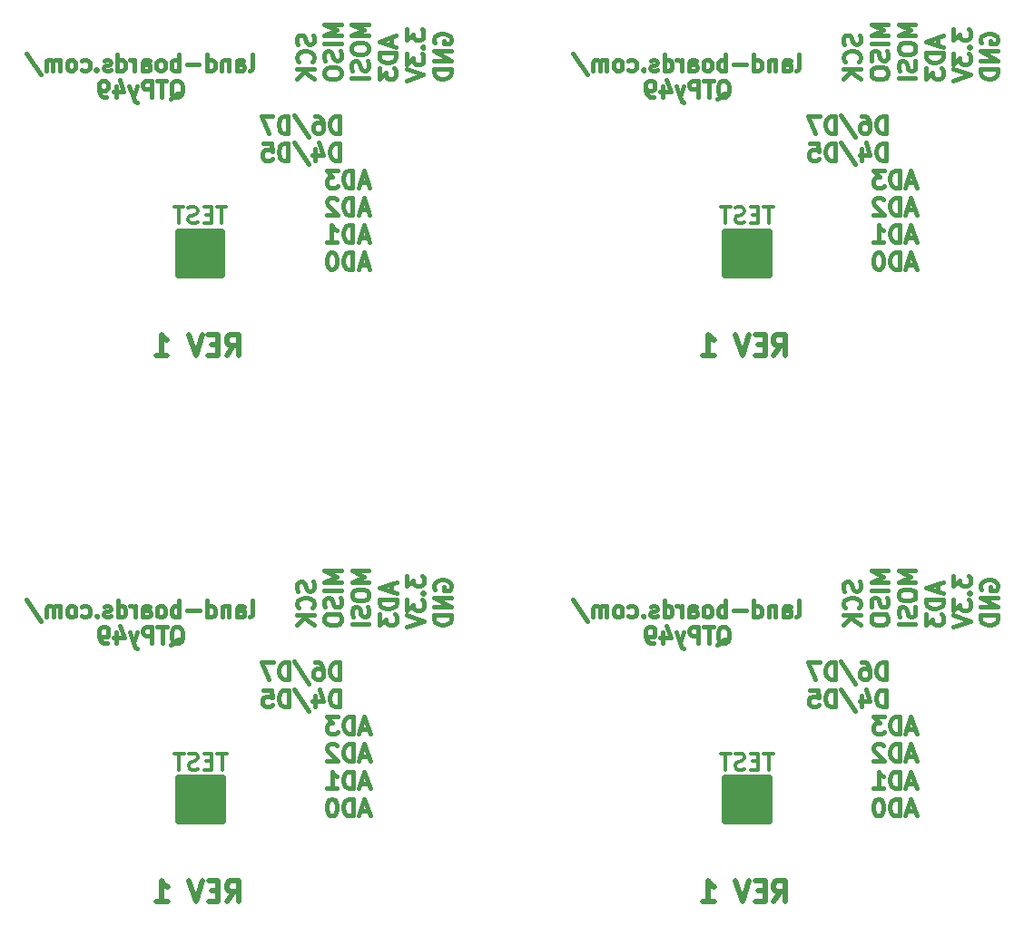
<source format=gbo>
%MOIN*%
%OFA0B0*%
%FSLAX46Y46*%
%IPPOS*%
%LPD*%
%ADD10C,0.015625*%
%ADD11C,0.018750000000000003*%
%ADD12C,0.015000000000000001*%
%ADD13C,0.012000000000000002*%
%ADD14C,0.025590551181102365*%
%ADD15R,0.066929133858267723X0.066929133858267723*%
%ADD16O,0.066929133858267723X0.066929133858267723*%
%ADD17C,0.25*%
%ADD18C,0.062992125984251982*%
%ADD19R,0.062992125984251982X0.062992125984251982*%
%ADD20O,0.18110236220472439X0.07874015748031496*%
%ADD21O,0.07874015748031496X0.18110236220472439*%
%ADD22R,0.094488188976377951X0.062992125984251982*%
%ADD23O,0.094488188976377951X0.062992125984251982*%
%ADD24R,0.086614173228346469X0.086614173228346469*%
%ADD25O,0.086614173228346469X0.086614173228346469*%
%ADD36C,0.015625*%
%ADD37C,0.018750000000000003*%
%ADD38C,0.015000000000000001*%
%ADD39C,0.012000000000000002*%
%ADD40C,0.025590551181102365*%
%ADD41R,0.066929133858267723X0.066929133858267723*%
%ADD42O,0.066929133858267723X0.066929133858267723*%
%ADD43C,0.25*%
%ADD44C,0.062992125984251982*%
%ADD45R,0.062992125984251982X0.062992125984251982*%
%ADD46O,0.18110236220472439X0.07874015748031496*%
%ADD47O,0.07874015748031496X0.18110236220472439*%
%ADD48R,0.094488188976377951X0.062992125984251982*%
%ADD49O,0.094488188976377951X0.062992125984251982*%
%ADD50R,0.086614173228346469X0.086614173228346469*%
%ADD51O,0.086614173228346469X0.086614173228346469*%
%ADD52C,0.015625*%
%ADD53C,0.018750000000000003*%
%ADD54C,0.015000000000000001*%
%ADD55C,0.012000000000000002*%
%ADD56C,0.025590551181102365*%
%ADD57R,0.066929133858267723X0.066929133858267723*%
%ADD58O,0.066929133858267723X0.066929133858267723*%
%ADD59C,0.25*%
%ADD60C,0.062992125984251982*%
%ADD61R,0.062992125984251982X0.062992125984251982*%
%ADD62O,0.18110236220472439X0.07874015748031496*%
%ADD63O,0.07874015748031496X0.18110236220472439*%
%ADD64R,0.094488188976377951X0.062992125984251982*%
%ADD65O,0.094488188976377951X0.062992125984251982*%
%ADD66R,0.086614173228346469X0.086614173228346469*%
%ADD67O,0.086614173228346469X0.086614173228346469*%
%ADD68C,0.015625*%
%ADD69C,0.018750000000000003*%
%ADD70C,0.015000000000000001*%
%ADD71C,0.012000000000000002*%
%ADD72C,0.025590551181102365*%
%ADD73R,0.066929133858267723X0.066929133858267723*%
%ADD74O,0.066929133858267723X0.066929133858267723*%
%ADD75C,0.25*%
%ADD76C,0.062992125984251982*%
%ADD77R,0.062992125984251982X0.062992125984251982*%
%ADD78O,0.18110236220472439X0.07874015748031496*%
%ADD79O,0.07874015748031496X0.18110236220472439*%
%ADD80R,0.094488188976377951X0.062992125984251982*%
%ADD81O,0.094488188976377951X0.062992125984251982*%
%ADD82R,0.086614173228346469X0.086614173228346469*%
%ADD83O,0.086614173228346469X0.086614173228346469*%
G01*
D10*
X0001278565Y0001230276D02*
X0001281541Y0001221347D01*
X0001281541Y0001206466D01*
X0001278565Y0001200514D01*
X0001275588Y0001197537D01*
X0001269636Y0001194561D01*
X0001263684Y0001194561D01*
X0001257731Y0001197537D01*
X0001254755Y0001200514D01*
X0001251779Y0001206466D01*
X0001248803Y0001218371D01*
X0001245826Y0001224323D01*
X0001242850Y0001227299D01*
X0001236898Y0001230276D01*
X0001230946Y0001230276D01*
X0001224993Y0001227299D01*
X0001222017Y0001224323D01*
X0001219041Y0001218371D01*
X0001219041Y0001203490D01*
X0001222017Y0001194561D01*
X0001275588Y0001132061D02*
X0001278565Y0001135037D01*
X0001281541Y0001143966D01*
X0001281541Y0001149918D01*
X0001278565Y0001158847D01*
X0001272612Y0001164799D01*
X0001266660Y0001167776D01*
X0001254755Y0001170752D01*
X0001245826Y0001170752D01*
X0001233922Y0001167776D01*
X0001227969Y0001164799D01*
X0001222017Y0001158847D01*
X0001219041Y0001149918D01*
X0001219041Y0001143966D01*
X0001222017Y0001135037D01*
X0001224993Y0001132061D01*
X0001281541Y0001105276D02*
X0001219041Y0001105276D01*
X0001281541Y0001069561D02*
X0001245826Y0001096347D01*
X0001219041Y0001069561D02*
X0001254755Y0001105276D01*
X0001382166Y0001268966D02*
X0001319666Y0001268966D01*
X0001364309Y0001248133D01*
X0001319666Y0001227299D01*
X0001382166Y0001227299D01*
X0001382166Y0001197537D02*
X0001319666Y0001197537D01*
X0001379190Y0001170752D02*
X0001382166Y0001161823D01*
X0001382166Y0001146942D01*
X0001379190Y0001140990D01*
X0001376213Y0001138014D01*
X0001370261Y0001135037D01*
X0001364309Y0001135037D01*
X0001358356Y0001138014D01*
X0001355380Y0001140990D01*
X0001352404Y0001146942D01*
X0001349428Y0001158847D01*
X0001346451Y0001164799D01*
X0001343475Y0001167776D01*
X0001337523Y0001170752D01*
X0001331571Y0001170752D01*
X0001325618Y0001167776D01*
X0001322642Y0001164799D01*
X0001319666Y0001158847D01*
X0001319666Y0001143966D01*
X0001322642Y0001135037D01*
X0001319666Y0001096347D02*
X0001319666Y0001084442D01*
X0001322642Y0001078490D01*
X0001328594Y0001072537D01*
X0001340499Y0001069561D01*
X0001361332Y0001069561D01*
X0001373237Y0001072537D01*
X0001379190Y0001078490D01*
X0001382166Y0001084442D01*
X0001382166Y0001096347D01*
X0001379190Y0001102299D01*
X0001373237Y0001108252D01*
X0001361332Y0001111228D01*
X0001340499Y0001111228D01*
X0001328594Y0001108252D01*
X0001322642Y0001102299D01*
X0001319666Y0001096347D01*
X0001482791Y0001268966D02*
X0001420291Y0001268966D01*
X0001464934Y0001248133D01*
X0001420291Y0001227299D01*
X0001482791Y0001227299D01*
X0001420291Y0001185633D02*
X0001420291Y0001173728D01*
X0001423267Y0001167776D01*
X0001429219Y0001161823D01*
X0001441124Y0001158847D01*
X0001461957Y0001158847D01*
X0001473862Y0001161823D01*
X0001479815Y0001167776D01*
X0001482791Y0001173728D01*
X0001482791Y0001185633D01*
X0001479815Y0001191585D01*
X0001473862Y0001197537D01*
X0001461957Y0001200514D01*
X0001441124Y0001200514D01*
X0001429219Y0001197537D01*
X0001423267Y0001191585D01*
X0001420291Y0001185633D01*
X0001479815Y0001135037D02*
X0001482791Y0001126109D01*
X0001482791Y0001111228D01*
X0001479815Y0001105276D01*
X0001476838Y0001102299D01*
X0001470886Y0001099323D01*
X0001464934Y0001099323D01*
X0001458981Y0001102299D01*
X0001456005Y0001105276D01*
X0001453029Y0001111228D01*
X0001450053Y0001123133D01*
X0001447076Y0001129085D01*
X0001444100Y0001132061D01*
X0001438148Y0001135037D01*
X0001432196Y0001135037D01*
X0001426243Y0001132061D01*
X0001423267Y0001129085D01*
X0001420291Y0001123133D01*
X0001420291Y0001108252D01*
X0001423267Y0001099323D01*
X0001482791Y0001072537D02*
X0001420291Y0001072537D01*
X0001565559Y0001221347D02*
X0001565559Y0001191585D01*
X0001583416Y0001227299D02*
X0001520916Y0001206466D01*
X0001583416Y0001185633D01*
X0001583416Y0001164799D02*
X0001520916Y0001164799D01*
X0001520916Y0001149918D01*
X0001523892Y0001140990D01*
X0001529844Y0001135037D01*
X0001535797Y0001132061D01*
X0001547701Y0001129085D01*
X0001556630Y0001129085D01*
X0001568535Y0001132061D01*
X0001574487Y0001135037D01*
X0001580440Y0001140990D01*
X0001583416Y0001149918D01*
X0001583416Y0001164799D01*
X0001520916Y0001108252D02*
X0001520916Y0001069561D01*
X0001544725Y0001090395D01*
X0001544725Y0001081466D01*
X0001547701Y0001075514D01*
X0001550678Y0001072537D01*
X0001556630Y0001069561D01*
X0001571511Y0001069561D01*
X0001577463Y0001072537D01*
X0001580440Y0001075514D01*
X0001583416Y0001081466D01*
X0001583416Y0001099323D01*
X0001580440Y0001105276D01*
X0001577463Y0001108252D01*
X0001621541Y0001251109D02*
X0001621541Y0001212418D01*
X0001645350Y0001233252D01*
X0001645350Y0001224323D01*
X0001648326Y0001218371D01*
X0001651303Y0001215395D01*
X0001657255Y0001212418D01*
X0001672136Y0001212418D01*
X0001678088Y0001215395D01*
X0001681065Y0001218371D01*
X0001684041Y0001224323D01*
X0001684041Y0001242180D01*
X0001681065Y0001248133D01*
X0001678088Y0001251109D01*
X0001678088Y0001185633D02*
X0001681065Y0001182656D01*
X0001684041Y0001185633D01*
X0001681065Y0001188609D01*
X0001678088Y0001185633D01*
X0001684041Y0001185633D01*
X0001621541Y0001161823D02*
X0001621541Y0001123133D01*
X0001645350Y0001143966D01*
X0001645350Y0001135037D01*
X0001648326Y0001129085D01*
X0001651303Y0001126109D01*
X0001657255Y0001123133D01*
X0001672136Y0001123133D01*
X0001678088Y0001126109D01*
X0001681065Y0001129085D01*
X0001684041Y0001135037D01*
X0001684041Y0001152895D01*
X0001681065Y0001158847D01*
X0001678088Y0001161823D01*
X0001621541Y0001105276D02*
X0001684041Y0001084442D01*
X0001621541Y0001063609D01*
X0001725142Y0001200514D02*
X0001722166Y0001206466D01*
X0001722166Y0001215395D01*
X0001725142Y0001224323D01*
X0001731094Y0001230276D01*
X0001737047Y0001233252D01*
X0001748951Y0001236228D01*
X0001757880Y0001236228D01*
X0001769785Y0001233252D01*
X0001775737Y0001230276D01*
X0001781690Y0001224323D01*
X0001784666Y0001215395D01*
X0001784666Y0001209442D01*
X0001781690Y0001200514D01*
X0001778713Y0001197537D01*
X0001757880Y0001197537D01*
X0001757880Y0001209442D01*
X0001784666Y0001170752D02*
X0001722166Y0001170752D01*
X0001784666Y0001135037D01*
X0001722166Y0001135037D01*
X0001784666Y0001105276D02*
X0001722166Y0001105276D01*
X0001722166Y0001090395D01*
X0001725142Y0001081466D01*
X0001731094Y0001075514D01*
X0001737047Y0001072537D01*
X0001748951Y0001069561D01*
X0001757880Y0001069561D01*
X0001769785Y0001072537D01*
X0001775737Y0001075514D01*
X0001781690Y0001081466D01*
X0001784666Y0001090395D01*
X0001784666Y0001105276D01*
D11*
X0000961972Y0000053572D02*
X0000986972Y0000089286D01*
X0001004829Y0000053572D02*
X0001004829Y0000128572D01*
X0000976258Y0000128572D01*
X0000969115Y0000125000D01*
X0000965544Y0000121429D01*
X0000961972Y0000114286D01*
X0000961972Y0000103572D01*
X0000965544Y0000096429D01*
X0000969115Y0000092857D01*
X0000976258Y0000089286D01*
X0001004829Y0000089286D01*
X0000929829Y0000092857D02*
X0000904829Y0000092857D01*
X0000894115Y0000053572D02*
X0000929829Y0000053572D01*
X0000929829Y0000128572D01*
X0000894115Y0000128572D01*
X0000872687Y0000128572D02*
X0000847687Y0000053572D01*
X0000822687Y0000128572D01*
X0000701258Y0000053572D02*
X0000744115Y0000053572D01*
X0000722687Y0000053572D02*
X0000722687Y0000128572D01*
X0000729829Y0000117857D01*
X0000736972Y0000110715D01*
X0000744115Y0000107143D01*
D12*
X0001046258Y0001098657D02*
X0001051972Y0001101515D01*
X0001054829Y0001107229D01*
X0001054829Y0001158657D01*
X0000997687Y0001098657D02*
X0000997687Y0001130086D01*
X0001000544Y0001135800D01*
X0001006258Y0001138657D01*
X0001017687Y0001138657D01*
X0001023401Y0001135800D01*
X0000997687Y0001101515D02*
X0001003401Y0001098657D01*
X0001017687Y0001098657D01*
X0001023401Y0001101515D01*
X0001026258Y0001107229D01*
X0001026258Y0001112943D01*
X0001023401Y0001118657D01*
X0001017687Y0001121515D01*
X0001003401Y0001121515D01*
X0000997687Y0001124372D01*
X0000969115Y0001138657D02*
X0000969115Y0001098657D01*
X0000969115Y0001132943D02*
X0000966258Y0001135800D01*
X0000960544Y0001138657D01*
X0000951972Y0001138657D01*
X0000946258Y0001135800D01*
X0000943401Y0001130086D01*
X0000943401Y0001098657D01*
X0000889115Y0001098657D02*
X0000889115Y0001158657D01*
X0000889115Y0001101515D02*
X0000894829Y0001098657D01*
X0000906258Y0001098657D01*
X0000911972Y0001101515D01*
X0000914829Y0001104372D01*
X0000917687Y0001110086D01*
X0000917687Y0001127229D01*
X0000914829Y0001132943D01*
X0000911972Y0001135800D01*
X0000906258Y0001138657D01*
X0000894829Y0001138657D01*
X0000889115Y0001135800D01*
X0000860544Y0001121515D02*
X0000814829Y0001121515D01*
X0000786258Y0001098657D02*
X0000786258Y0001158657D01*
X0000786258Y0001135800D02*
X0000780544Y0001138657D01*
X0000769115Y0001138657D01*
X0000763401Y0001135800D01*
X0000760544Y0001132943D01*
X0000757687Y0001127229D01*
X0000757687Y0001110086D01*
X0000760544Y0001104372D01*
X0000763401Y0001101515D01*
X0000769115Y0001098657D01*
X0000780544Y0001098657D01*
X0000786258Y0001101515D01*
X0000723401Y0001098657D02*
X0000729115Y0001101515D01*
X0000731972Y0001104372D01*
X0000734829Y0001110086D01*
X0000734829Y0001127229D01*
X0000731972Y0001132943D01*
X0000729115Y0001135800D01*
X0000723401Y0001138657D01*
X0000714829Y0001138657D01*
X0000709115Y0001135800D01*
X0000706258Y0001132943D01*
X0000703401Y0001127229D01*
X0000703401Y0001110086D01*
X0000706258Y0001104372D01*
X0000709115Y0001101515D01*
X0000714829Y0001098657D01*
X0000723401Y0001098657D01*
X0000651972Y0001098657D02*
X0000651972Y0001130086D01*
X0000654829Y0001135800D01*
X0000660544Y0001138657D01*
X0000671972Y0001138657D01*
X0000677687Y0001135800D01*
X0000651972Y0001101515D02*
X0000657687Y0001098657D01*
X0000671972Y0001098657D01*
X0000677687Y0001101515D01*
X0000680544Y0001107229D01*
X0000680544Y0001112943D01*
X0000677687Y0001118657D01*
X0000671972Y0001121515D01*
X0000657687Y0001121515D01*
X0000651972Y0001124372D01*
X0000623401Y0001098657D02*
X0000623401Y0001138657D01*
X0000623401Y0001127229D02*
X0000620544Y0001132943D01*
X0000617687Y0001135800D01*
X0000611972Y0001138657D01*
X0000606258Y0001138657D01*
X0000560544Y0001098657D02*
X0000560544Y0001158657D01*
X0000560544Y0001101515D02*
X0000566258Y0001098657D01*
X0000577687Y0001098657D01*
X0000583401Y0001101515D01*
X0000586258Y0001104372D01*
X0000589115Y0001110086D01*
X0000589115Y0001127229D01*
X0000586258Y0001132943D01*
X0000583401Y0001135800D01*
X0000577687Y0001138657D01*
X0000566258Y0001138657D01*
X0000560544Y0001135800D01*
X0000534829Y0001101515D02*
X0000529115Y0001098657D01*
X0000517687Y0001098657D01*
X0000511972Y0001101515D01*
X0000509115Y0001107229D01*
X0000509115Y0001110086D01*
X0000511972Y0001115800D01*
X0000517687Y0001118657D01*
X0000526258Y0001118657D01*
X0000531972Y0001121515D01*
X0000534829Y0001127229D01*
X0000534829Y0001130086D01*
X0000531972Y0001135800D01*
X0000526258Y0001138657D01*
X0000517687Y0001138657D01*
X0000511972Y0001135800D01*
X0000483401Y0001104372D02*
X0000480544Y0001101515D01*
X0000483401Y0001098657D01*
X0000486258Y0001101515D01*
X0000483401Y0001104372D01*
X0000483401Y0001098657D01*
X0000429115Y0001101515D02*
X0000434829Y0001098657D01*
X0000446258Y0001098657D01*
X0000451972Y0001101515D01*
X0000454829Y0001104372D01*
X0000457687Y0001110086D01*
X0000457687Y0001127229D01*
X0000454829Y0001132943D01*
X0000451972Y0001135800D01*
X0000446258Y0001138657D01*
X0000434829Y0001138657D01*
X0000429115Y0001135800D01*
X0000394829Y0001098657D02*
X0000400544Y0001101515D01*
X0000403401Y0001104372D01*
X0000406258Y0001110086D01*
X0000406258Y0001127229D01*
X0000403401Y0001132943D01*
X0000400544Y0001135800D01*
X0000394829Y0001138657D01*
X0000386258Y0001138657D01*
X0000380544Y0001135800D01*
X0000377687Y0001132943D01*
X0000374829Y0001127229D01*
X0000374829Y0001110086D01*
X0000377687Y0001104372D01*
X0000380544Y0001101515D01*
X0000386258Y0001098657D01*
X0000394829Y0001098657D01*
X0000349115Y0001098657D02*
X0000349115Y0001138657D01*
X0000349115Y0001132943D02*
X0000346258Y0001135800D01*
X0000340544Y0001138657D01*
X0000331972Y0001138657D01*
X0000326258Y0001135800D01*
X0000323401Y0001130086D01*
X0000323401Y0001098657D01*
X0000323401Y0001130086D02*
X0000320544Y0001135800D01*
X0000314829Y0001138657D01*
X0000306258Y0001138657D01*
X0000300544Y0001135800D01*
X0000297687Y0001130086D01*
X0000297687Y0001098657D01*
X0000226258Y0001161515D02*
X0000277687Y0001084372D01*
X0000754829Y0000996343D02*
X0000760544Y0000999200D01*
X0000766258Y0001004915D01*
X0000774829Y0001013486D01*
X0000780544Y0001016343D01*
X0000786258Y0001016343D01*
X0000783401Y0001002057D02*
X0000789115Y0001004915D01*
X0000794829Y0001010629D01*
X0000797687Y0001022057D01*
X0000797687Y0001042057D01*
X0000794829Y0001053486D01*
X0000789115Y0001059200D01*
X0000783401Y0001062057D01*
X0000771972Y0001062057D01*
X0000766258Y0001059200D01*
X0000760544Y0001053486D01*
X0000757687Y0001042057D01*
X0000757687Y0001022057D01*
X0000760544Y0001010629D01*
X0000766258Y0001004915D01*
X0000771972Y0001002057D01*
X0000783401Y0001002057D01*
X0000740544Y0001062057D02*
X0000706258Y0001062057D01*
X0000723401Y0001002057D02*
X0000723401Y0001062057D01*
X0000686258Y0001002057D02*
X0000686258Y0001062057D01*
X0000663401Y0001062057D01*
X0000657687Y0001059200D01*
X0000654829Y0001056343D01*
X0000651972Y0001050629D01*
X0000651972Y0001042057D01*
X0000654829Y0001036343D01*
X0000657687Y0001033486D01*
X0000663401Y0001030629D01*
X0000686258Y0001030629D01*
X0000631972Y0001042057D02*
X0000617687Y0001002057D01*
X0000603401Y0001042057D02*
X0000617687Y0001002057D01*
X0000623401Y0000987772D01*
X0000626258Y0000984915D01*
X0000631972Y0000982057D01*
X0000554829Y0001042057D02*
X0000554829Y0001002057D01*
X0000569115Y0001064915D02*
X0000583401Y0001022057D01*
X0000546258Y0001022057D01*
X0000520544Y0001002057D02*
X0000509115Y0001002057D01*
X0000503401Y0001004915D01*
X0000500544Y0001007772D01*
X0000494829Y0001016343D01*
X0000491972Y0001027772D01*
X0000491972Y0001050629D01*
X0000494829Y0001056343D01*
X0000497687Y0001059200D01*
X0000503401Y0001062057D01*
X0000514829Y0001062057D01*
X0000520544Y0001059200D01*
X0000523401Y0001056343D01*
X0000526258Y0001050629D01*
X0000526258Y0001036343D01*
X0000523401Y0001030629D01*
X0000520544Y0001027772D01*
X0000514829Y0001024915D01*
X0000503401Y0001024915D01*
X0000497687Y0001027772D01*
X0000494829Y0001030629D01*
X0000491972Y0001036343D01*
D10*
X0001374710Y0000869539D02*
X0001374710Y0000932039D01*
X0001359829Y0000932039D01*
X0001350901Y0000929063D01*
X0001344948Y0000923110D01*
X0001341972Y0000917158D01*
X0001338996Y0000905253D01*
X0001338996Y0000896325D01*
X0001341972Y0000884420D01*
X0001344948Y0000878467D01*
X0001350901Y0000872515D01*
X0001359829Y0000869539D01*
X0001374710Y0000869539D01*
X0001285425Y0000932039D02*
X0001297329Y0000932039D01*
X0001303282Y0000929063D01*
X0001306258Y0000926087D01*
X0001312210Y0000917158D01*
X0001315187Y0000905253D01*
X0001315187Y0000881444D01*
X0001312210Y0000875491D01*
X0001309234Y0000872515D01*
X0001303282Y0000869539D01*
X0001291377Y0000869539D01*
X0001285425Y0000872515D01*
X0001282448Y0000875491D01*
X0001279472Y0000881444D01*
X0001279472Y0000896325D01*
X0001282448Y0000902277D01*
X0001285425Y0000905253D01*
X0001291377Y0000908229D01*
X0001303282Y0000908229D01*
X0001309234Y0000905253D01*
X0001312210Y0000902277D01*
X0001315187Y0000896325D01*
X0001208044Y0000935015D02*
X0001261615Y0000854658D01*
X0001187210Y0000869539D02*
X0001187210Y0000932039D01*
X0001172329Y0000932039D01*
X0001163401Y0000929063D01*
X0001157448Y0000923110D01*
X0001154472Y0000917158D01*
X0001151496Y0000905253D01*
X0001151496Y0000896325D01*
X0001154472Y0000884420D01*
X0001157448Y0000878467D01*
X0001163401Y0000872515D01*
X0001172329Y0000869539D01*
X0001187210Y0000869539D01*
X0001130663Y0000932039D02*
X0001088996Y0000932039D01*
X0001115782Y0000869539D01*
X0001374710Y0000768914D02*
X0001374710Y0000831414D01*
X0001359829Y0000831414D01*
X0001350901Y0000828438D01*
X0001344948Y0000822485D01*
X0001341972Y0000816533D01*
X0001338996Y0000804628D01*
X0001338996Y0000795700D01*
X0001341972Y0000783795D01*
X0001344948Y0000777842D01*
X0001350901Y0000771890D01*
X0001359829Y0000768914D01*
X0001374710Y0000768914D01*
X0001285425Y0000810581D02*
X0001285425Y0000768914D01*
X0001300306Y0000834390D02*
X0001315187Y0000789747D01*
X0001276496Y0000789747D01*
X0001208044Y0000834390D02*
X0001261615Y0000754033D01*
X0001187210Y0000768914D02*
X0001187210Y0000831414D01*
X0001172329Y0000831414D01*
X0001163401Y0000828438D01*
X0001157448Y0000822485D01*
X0001154472Y0000816533D01*
X0001151496Y0000804628D01*
X0001151496Y0000795700D01*
X0001154472Y0000783795D01*
X0001157448Y0000777842D01*
X0001163401Y0000771890D01*
X0001172329Y0000768914D01*
X0001187210Y0000768914D01*
X0001094948Y0000831414D02*
X0001124710Y0000831414D01*
X0001127687Y0000801652D01*
X0001124710Y0000804628D01*
X0001118758Y0000807604D01*
X0001103877Y0000807604D01*
X0001097925Y0000804628D01*
X0001094948Y0000801652D01*
X0001091972Y0000795700D01*
X0001091972Y0000780819D01*
X0001094948Y0000774866D01*
X0001097925Y0000771890D01*
X0001103877Y0000768914D01*
X0001118758Y0000768914D01*
X0001124710Y0000771890D01*
X0001127687Y0000774866D01*
X0001480722Y0000688021D02*
X0001450960Y0000688021D01*
X0001486675Y0000670164D02*
X0001465841Y0000732664D01*
X0001445008Y0000670164D01*
X0001424175Y0000670164D02*
X0001424175Y0000732664D01*
X0001409294Y0000732664D01*
X0001400365Y0000729688D01*
X0001394413Y0000723735D01*
X0001391437Y0000717783D01*
X0001388460Y0000705878D01*
X0001388460Y0000696950D01*
X0001391437Y0000685045D01*
X0001394413Y0000679092D01*
X0001400365Y0000673140D01*
X0001409294Y0000670164D01*
X0001424175Y0000670164D01*
X0001367627Y0000732664D02*
X0001328937Y0000732664D01*
X0001349770Y0000708854D01*
X0001340841Y0000708854D01*
X0001334889Y0000705878D01*
X0001331913Y0000702902D01*
X0001328937Y0000696950D01*
X0001328937Y0000682069D01*
X0001331913Y0000676116D01*
X0001334889Y0000673140D01*
X0001340841Y0000670164D01*
X0001358698Y0000670164D01*
X0001364651Y0000673140D01*
X0001367627Y0000676116D01*
X0001480722Y0000587396D02*
X0001450960Y0000587396D01*
X0001486675Y0000569539D02*
X0001465841Y0000632039D01*
X0001445008Y0000569539D01*
X0001424175Y0000569539D02*
X0001424175Y0000632039D01*
X0001409294Y0000632039D01*
X0001400365Y0000629063D01*
X0001394413Y0000623110D01*
X0001391437Y0000617158D01*
X0001388460Y0000605253D01*
X0001388460Y0000596325D01*
X0001391437Y0000584420D01*
X0001394413Y0000578467D01*
X0001400365Y0000572515D01*
X0001409294Y0000569539D01*
X0001424175Y0000569539D01*
X0001364651Y0000626087D02*
X0001361675Y0000629063D01*
X0001355722Y0000632039D01*
X0001340841Y0000632039D01*
X0001334889Y0000629063D01*
X0001331913Y0000626087D01*
X0001328937Y0000620134D01*
X0001328937Y0000614182D01*
X0001331913Y0000605253D01*
X0001367627Y0000569539D01*
X0001328937Y0000569539D01*
X0001480722Y0000486771D02*
X0001450960Y0000486771D01*
X0001486675Y0000468914D02*
X0001465841Y0000531414D01*
X0001445008Y0000468914D01*
X0001424175Y0000468914D02*
X0001424175Y0000531414D01*
X0001409294Y0000531414D01*
X0001400365Y0000528438D01*
X0001394413Y0000522485D01*
X0001391437Y0000516533D01*
X0001388460Y0000504628D01*
X0001388460Y0000495700D01*
X0001391437Y0000483795D01*
X0001394413Y0000477842D01*
X0001400365Y0000471890D01*
X0001409294Y0000468914D01*
X0001424175Y0000468914D01*
X0001328937Y0000468914D02*
X0001364651Y0000468914D01*
X0001346794Y0000468914D02*
X0001346794Y0000531414D01*
X0001352746Y0000522485D01*
X0001358698Y0000516533D01*
X0001364651Y0000513557D01*
X0001480722Y0000386146D02*
X0001450960Y0000386146D01*
X0001486675Y0000368289D02*
X0001465841Y0000430789D01*
X0001445008Y0000368289D01*
X0001424175Y0000368289D02*
X0001424175Y0000430789D01*
X0001409294Y0000430789D01*
X0001400365Y0000427813D01*
X0001394413Y0000421860D01*
X0001391437Y0000415908D01*
X0001388460Y0000404003D01*
X0001388460Y0000395075D01*
X0001391437Y0000383170D01*
X0001394413Y0000377217D01*
X0001400365Y0000371265D01*
X0001409294Y0000368289D01*
X0001424175Y0000368289D01*
X0001349770Y0000430789D02*
X0001343818Y0000430789D01*
X0001337865Y0000427813D01*
X0001334889Y0000424837D01*
X0001331913Y0000418884D01*
X0001328937Y0000406979D01*
X0001328937Y0000392098D01*
X0001331913Y0000380194D01*
X0001334889Y0000374241D01*
X0001337865Y0000371265D01*
X0001343818Y0000368289D01*
X0001349770Y0000368289D01*
X0001355722Y0000371265D01*
X0001358698Y0000374241D01*
X0001361675Y0000380194D01*
X0001364651Y0000392098D01*
X0001364651Y0000406979D01*
X0001361675Y0000418884D01*
X0001358698Y0000424837D01*
X0001355722Y0000427813D01*
X0001349770Y0000430789D01*
D13*
X0000960544Y0000598153D02*
X0000926258Y0000598153D01*
X0000943401Y0000538153D02*
X0000943401Y0000598153D01*
X0000906258Y0000569581D02*
X0000886258Y0000569581D01*
X0000877687Y0000538153D02*
X0000906258Y0000538153D01*
X0000906258Y0000598153D01*
X0000877687Y0000598153D01*
X0000854829Y0000541010D02*
X0000846258Y0000538153D01*
X0000831972Y0000538153D01*
X0000826258Y0000541010D01*
X0000823401Y0000543867D01*
X0000820544Y0000549581D01*
X0000820544Y0000555295D01*
X0000823401Y0000561010D01*
X0000826258Y0000563867D01*
X0000831972Y0000566724D01*
X0000843401Y0000569581D01*
X0000849115Y0000572438D01*
X0000851972Y0000575295D01*
X0000854829Y0000581010D01*
X0000854829Y0000586724D01*
X0000851972Y0000592438D01*
X0000849115Y0000595295D01*
X0000843401Y0000598153D01*
X0000829115Y0000598153D01*
X0000820544Y0000595295D01*
X0000803401Y0000598153D02*
X0000769115Y0000598153D01*
X0000786258Y0000538153D02*
X0000786258Y0000598153D01*
D14*
X0000943570Y0000486555D02*
X0000943570Y0000466870D01*
X0000786089Y0000447185D02*
X0000943570Y0000447185D01*
X0000786089Y0000388130D02*
X0000786089Y0000368445D01*
X0000786089Y0000506240D02*
X0000943570Y0000506240D01*
X0000786089Y0000427500D02*
X0000786089Y0000407815D01*
X0000943570Y0000466870D02*
X0000786089Y0000466870D01*
X0000786089Y0000368445D02*
X0000943570Y0000368445D01*
X0000786089Y0000466870D02*
X0000786089Y0000447185D01*
X0000943570Y0000427500D02*
X0000786089Y0000427500D01*
X0000786089Y0000506240D02*
X0000786089Y0000486555D01*
X0000943570Y0000348760D02*
X0000786089Y0000348760D01*
X0000786089Y0000348760D02*
X0000786089Y0000506240D01*
X0000943570Y0000407815D02*
X0000943570Y0000388130D01*
X0000943570Y0000388130D02*
X0000786089Y0000388130D01*
X0000786089Y0000486555D02*
X0000943570Y0000486555D01*
X0000923885Y0000407815D02*
X0000943570Y0000407815D01*
X0000943570Y0000506240D02*
X0000943570Y0000348760D01*
X0000786089Y0000407815D02*
X0000923885Y0000407815D01*
X0000943570Y0000447185D02*
X0000943570Y0000427500D01*
%LPC*%
D15*
X0001754829Y0000597500D03*
D16*
X0001654829Y0000597500D03*
X0001554829Y0000597500D03*
D17*
X0000158480Y0001771653D03*
X0001772653Y0001771653D03*
X0001772653Y0000157480D03*
D15*
X0001754829Y0000397500D03*
D16*
X0001654829Y0000397500D03*
X0001554829Y0000397500D03*
D15*
X0001754239Y0000497500D03*
D16*
X0001654239Y0000497500D03*
X0001554239Y0000497500D03*
D18*
X0000294829Y0000549075D03*
X0000294829Y0000745925D03*
D17*
X0000158480Y0000157480D03*
D19*
X0000354829Y0001414051D03*
D18*
X0000354829Y0001315625D03*
D19*
X0001328279Y0001707500D03*
D18*
X0001426704Y0001707500D03*
D20*
X0000632782Y0001517976D03*
X0000632782Y0001758133D03*
D21*
X0000451680Y0001632149D03*
D15*
X0001754829Y0000997500D03*
D16*
X0001654829Y0000997500D03*
X0001554829Y0000997500D03*
X0001454829Y0000997500D03*
X0001354829Y0000997500D03*
X0001254829Y0000997500D03*
D18*
X0000114829Y0001535925D03*
X0000114829Y0001339075D03*
D15*
X0001754239Y0000697500D03*
D16*
X0001654239Y0000697500D03*
X0001554239Y0000697500D03*
D15*
X0001754436Y0000797500D03*
D16*
X0001654436Y0000797500D03*
X0001554436Y0000797500D03*
X0001454436Y0000797500D03*
D15*
X0001155026Y0001407500D03*
D16*
X0001055026Y0001407500D03*
D18*
X0001346404Y0000217500D03*
X0001543255Y0000217500D03*
D22*
X0001154829Y0000100500D03*
D23*
X0001154829Y0000200500D03*
X0001154829Y0000300500D03*
X0001154829Y0000400500D03*
X0001154829Y0000500500D03*
X0001154829Y0000600500D03*
X0001154829Y0000700500D03*
X0000554829Y0000700500D03*
X0000554829Y0000600500D03*
X0000554829Y0000500500D03*
X0000554829Y0000400500D03*
X0000554829Y0000300500D03*
X0000554829Y0000200500D03*
X0000554829Y0000100500D03*
D18*
X0001376404Y0001447500D03*
X0001573255Y0001447500D03*
D15*
X0001754829Y0000897500D03*
D16*
X0001654829Y0000897500D03*
X0001554829Y0000897500D03*
X0001454829Y0000897500D03*
D24*
X0000124829Y0000547500D03*
D25*
X0000124829Y0000947500D03*
G04 next file*
%LPD*%
G04 Gerber Fmt 4.6, Leading zero omitted, Abs format (unit mm)*
G04 Created by KiCad (PCBNEW (6.0.1)) date 2022-06-02 15:28:00*
G01*
G04 APERTURE LIST*
G04 APERTURE END LIST*
D36*
X0001277565Y0003238150D02*
X0001280541Y0003229221D01*
X0001280541Y0003214340D01*
X0001277565Y0003208388D01*
X0001274588Y0003205411D01*
X0001268636Y0003202435D01*
X0001262684Y0003202435D01*
X0001256731Y0003205411D01*
X0001253755Y0003208388D01*
X0001250779Y0003214340D01*
X0001247803Y0003226245D01*
X0001244827Y0003232197D01*
X0001241850Y0003235173D01*
X0001235898Y0003238150D01*
X0001229946Y0003238150D01*
X0001223993Y0003235173D01*
X0001221017Y0003232197D01*
X0001218041Y0003226245D01*
X0001218041Y0003211364D01*
X0001221017Y0003202435D01*
X0001274588Y0003139935D02*
X0001277565Y0003142911D01*
X0001280541Y0003151840D01*
X0001280541Y0003157792D01*
X0001277565Y0003166721D01*
X0001271612Y0003172673D01*
X0001265660Y0003175650D01*
X0001253755Y0003178626D01*
X0001244827Y0003178626D01*
X0001232922Y0003175650D01*
X0001226969Y0003172673D01*
X0001221017Y0003166721D01*
X0001218041Y0003157792D01*
X0001218041Y0003151840D01*
X0001221017Y0003142911D01*
X0001223993Y0003139935D01*
X0001280541Y0003113150D02*
X0001218041Y0003113150D01*
X0001280541Y0003077435D02*
X0001244827Y0003104221D01*
X0001218041Y0003077435D02*
X0001253755Y0003113150D01*
X0001381166Y0003276840D02*
X0001318666Y0003276840D01*
X0001363309Y0003256007D01*
X0001318666Y0003235173D01*
X0001381166Y0003235173D01*
X0001381166Y0003205411D02*
X0001318666Y0003205411D01*
X0001378190Y0003178626D02*
X0001381166Y0003169697D01*
X0001381166Y0003154816D01*
X0001378190Y0003148864D01*
X0001375213Y0003145888D01*
X0001369261Y0003142911D01*
X0001363309Y0003142911D01*
X0001357356Y0003145888D01*
X0001354380Y0003148864D01*
X0001351404Y0003154816D01*
X0001348428Y0003166721D01*
X0001345452Y0003172673D01*
X0001342475Y0003175650D01*
X0001336523Y0003178626D01*
X0001330571Y0003178626D01*
X0001324618Y0003175650D01*
X0001321642Y0003172673D01*
X0001318666Y0003166721D01*
X0001318666Y0003151840D01*
X0001321642Y0003142911D01*
X0001318666Y0003104221D02*
X0001318666Y0003092316D01*
X0001321642Y0003086364D01*
X0001327594Y0003080411D01*
X0001339499Y0003077435D01*
X0001360332Y0003077435D01*
X0001372237Y0003080411D01*
X0001378190Y0003086364D01*
X0001381166Y0003092316D01*
X0001381166Y0003104221D01*
X0001378190Y0003110173D01*
X0001372237Y0003116126D01*
X0001360332Y0003119102D01*
X0001339499Y0003119102D01*
X0001327594Y0003116126D01*
X0001321642Y0003110173D01*
X0001318666Y0003104221D01*
X0001481791Y0003276840D02*
X0001419291Y0003276840D01*
X0001463934Y0003256007D01*
X0001419291Y0003235173D01*
X0001481791Y0003235173D01*
X0001419291Y0003193507D02*
X0001419291Y0003181602D01*
X0001422267Y0003175650D01*
X0001428219Y0003169697D01*
X0001440124Y0003166721D01*
X0001460957Y0003166721D01*
X0001472862Y0003169697D01*
X0001478815Y0003175650D01*
X0001481791Y0003181602D01*
X0001481791Y0003193507D01*
X0001478815Y0003199459D01*
X0001472862Y0003205411D01*
X0001460957Y0003208388D01*
X0001440124Y0003208388D01*
X0001428219Y0003205411D01*
X0001422267Y0003199459D01*
X0001419291Y0003193507D01*
X0001478815Y0003142911D02*
X0001481791Y0003133983D01*
X0001481791Y0003119102D01*
X0001478815Y0003113150D01*
X0001475838Y0003110173D01*
X0001469886Y0003107197D01*
X0001463934Y0003107197D01*
X0001457981Y0003110173D01*
X0001455005Y0003113150D01*
X0001452029Y0003119102D01*
X0001449053Y0003131007D01*
X0001446077Y0003136959D01*
X0001443100Y0003139935D01*
X0001437148Y0003142911D01*
X0001431196Y0003142911D01*
X0001425243Y0003139935D01*
X0001422267Y0003136959D01*
X0001419291Y0003131007D01*
X0001419291Y0003116126D01*
X0001422267Y0003107197D01*
X0001481791Y0003080411D02*
X0001419291Y0003080411D01*
X0001564559Y0003229221D02*
X0001564559Y0003199459D01*
X0001582416Y0003235173D02*
X0001519916Y0003214340D01*
X0001582416Y0003193507D01*
X0001582416Y0003172673D02*
X0001519916Y0003172673D01*
X0001519916Y0003157792D01*
X0001522892Y0003148864D01*
X0001528844Y0003142911D01*
X0001534797Y0003139935D01*
X0001546702Y0003136959D01*
X0001555630Y0003136959D01*
X0001567535Y0003139935D01*
X0001573487Y0003142911D01*
X0001579440Y0003148864D01*
X0001582416Y0003157792D01*
X0001582416Y0003172673D01*
X0001519916Y0003116126D02*
X0001519916Y0003077435D01*
X0001543725Y0003098269D01*
X0001543725Y0003089340D01*
X0001546702Y0003083388D01*
X0001549678Y0003080411D01*
X0001555630Y0003077435D01*
X0001570511Y0003077435D01*
X0001576463Y0003080411D01*
X0001579440Y0003083388D01*
X0001582416Y0003089340D01*
X0001582416Y0003107197D01*
X0001579440Y0003113150D01*
X0001576463Y0003116126D01*
X0001620541Y0003258983D02*
X0001620541Y0003220292D01*
X0001644350Y0003241126D01*
X0001644350Y0003232197D01*
X0001647327Y0003226245D01*
X0001650303Y0003223269D01*
X0001656255Y0003220292D01*
X0001671136Y0003220292D01*
X0001677088Y0003223269D01*
X0001680065Y0003226245D01*
X0001683041Y0003232197D01*
X0001683041Y0003250054D01*
X0001680065Y0003256007D01*
X0001677088Y0003258983D01*
X0001677088Y0003193507D02*
X0001680065Y0003190530D01*
X0001683041Y0003193507D01*
X0001680065Y0003196483D01*
X0001677088Y0003193507D01*
X0001683041Y0003193507D01*
X0001620541Y0003169697D02*
X0001620541Y0003131007D01*
X0001644350Y0003151840D01*
X0001644350Y0003142911D01*
X0001647327Y0003136959D01*
X0001650303Y0003133983D01*
X0001656255Y0003131007D01*
X0001671136Y0003131007D01*
X0001677088Y0003133983D01*
X0001680065Y0003136959D01*
X0001683041Y0003142911D01*
X0001683041Y0003160769D01*
X0001680065Y0003166721D01*
X0001677088Y0003169697D01*
X0001620541Y0003113150D02*
X0001683041Y0003092316D01*
X0001620541Y0003071483D01*
X0001724142Y0003208388D02*
X0001721166Y0003214340D01*
X0001721166Y0003223269D01*
X0001724142Y0003232197D01*
X0001730094Y0003238150D01*
X0001736047Y0003241126D01*
X0001747952Y0003244102D01*
X0001756880Y0003244102D01*
X0001768785Y0003241126D01*
X0001774737Y0003238150D01*
X0001780690Y0003232197D01*
X0001783666Y0003223269D01*
X0001783666Y0003217316D01*
X0001780690Y0003208388D01*
X0001777713Y0003205411D01*
X0001756880Y0003205411D01*
X0001756880Y0003217316D01*
X0001783666Y0003178626D02*
X0001721166Y0003178626D01*
X0001783666Y0003142911D01*
X0001721166Y0003142911D01*
X0001783666Y0003113150D02*
X0001721166Y0003113150D01*
X0001721166Y0003098269D01*
X0001724142Y0003089340D01*
X0001730094Y0003083388D01*
X0001736047Y0003080411D01*
X0001747952Y0003077435D01*
X0001756880Y0003077435D01*
X0001768785Y0003080411D01*
X0001774737Y0003083388D01*
X0001780690Y0003089340D01*
X0001783666Y0003098269D01*
X0001783666Y0003113150D01*
D37*
X0000960972Y0002061446D02*
X0000985972Y0002097160D01*
X0001003830Y0002061446D02*
X0001003830Y0002136446D01*
X0000975258Y0002136446D01*
X0000968115Y0002132874D01*
X0000964544Y0002129303D01*
X0000960972Y0002122160D01*
X0000960972Y0002111446D01*
X0000964544Y0002104303D01*
X0000968115Y0002100731D01*
X0000975258Y0002097160D01*
X0001003830Y0002097160D01*
X0000928830Y0002100731D02*
X0000903830Y0002100731D01*
X0000893115Y0002061446D02*
X0000928830Y0002061446D01*
X0000928830Y0002136446D01*
X0000893115Y0002136446D01*
X0000871687Y0002136446D02*
X0000846687Y0002061446D01*
X0000821687Y0002136446D01*
X0000700258Y0002061446D02*
X0000743115Y0002061446D01*
X0000721687Y0002061446D02*
X0000721687Y0002136446D01*
X0000728830Y0002125731D01*
X0000735972Y0002118589D01*
X0000743115Y0002115017D01*
D38*
X0001045258Y0003106531D02*
X0001050972Y0003109389D01*
X0001053830Y0003115103D01*
X0001053830Y0003166531D01*
X0000996687Y0003106531D02*
X0000996687Y0003137960D01*
X0000999544Y0003143674D01*
X0001005258Y0003146531D01*
X0001016687Y0003146531D01*
X0001022401Y0003143674D01*
X0000996687Y0003109389D02*
X0001002401Y0003106531D01*
X0001016687Y0003106531D01*
X0001022401Y0003109389D01*
X0001025258Y0003115103D01*
X0001025258Y0003120817D01*
X0001022401Y0003126531D01*
X0001016687Y0003129389D01*
X0001002401Y0003129389D01*
X0000996687Y0003132246D01*
X0000968115Y0003146531D02*
X0000968115Y0003106531D01*
X0000968115Y0003140817D02*
X0000965258Y0003143674D01*
X0000959544Y0003146531D01*
X0000950972Y0003146531D01*
X0000945258Y0003143674D01*
X0000942401Y0003137960D01*
X0000942401Y0003106531D01*
X0000888115Y0003106531D02*
X0000888115Y0003166531D01*
X0000888115Y0003109389D02*
X0000893830Y0003106531D01*
X0000905258Y0003106531D01*
X0000910972Y0003109389D01*
X0000913830Y0003112246D01*
X0000916687Y0003117960D01*
X0000916687Y0003135103D01*
X0000913830Y0003140817D01*
X0000910972Y0003143674D01*
X0000905258Y0003146531D01*
X0000893830Y0003146531D01*
X0000888115Y0003143674D01*
X0000859544Y0003129389D02*
X0000813830Y0003129389D01*
X0000785258Y0003106531D02*
X0000785258Y0003166531D01*
X0000785258Y0003143674D02*
X0000779544Y0003146531D01*
X0000768115Y0003146531D01*
X0000762401Y0003143674D01*
X0000759544Y0003140817D01*
X0000756687Y0003135103D01*
X0000756687Y0003117960D01*
X0000759544Y0003112246D01*
X0000762401Y0003109389D01*
X0000768115Y0003106531D01*
X0000779544Y0003106531D01*
X0000785258Y0003109389D01*
X0000722401Y0003106531D02*
X0000728115Y0003109389D01*
X0000730972Y0003112246D01*
X0000733830Y0003117960D01*
X0000733830Y0003135103D01*
X0000730972Y0003140817D01*
X0000728115Y0003143674D01*
X0000722401Y0003146531D01*
X0000713830Y0003146531D01*
X0000708115Y0003143674D01*
X0000705258Y0003140817D01*
X0000702401Y0003135103D01*
X0000702401Y0003117960D01*
X0000705258Y0003112246D01*
X0000708115Y0003109389D01*
X0000713830Y0003106531D01*
X0000722401Y0003106531D01*
X0000650972Y0003106531D02*
X0000650972Y0003137960D01*
X0000653830Y0003143674D01*
X0000659544Y0003146531D01*
X0000670972Y0003146531D01*
X0000676687Y0003143674D01*
X0000650972Y0003109389D02*
X0000656687Y0003106531D01*
X0000670972Y0003106531D01*
X0000676687Y0003109389D01*
X0000679544Y0003115103D01*
X0000679544Y0003120817D01*
X0000676687Y0003126531D01*
X0000670972Y0003129389D01*
X0000656687Y0003129389D01*
X0000650972Y0003132246D01*
X0000622401Y0003106531D02*
X0000622401Y0003146531D01*
X0000622401Y0003135103D02*
X0000619544Y0003140817D01*
X0000616687Y0003143674D01*
X0000610972Y0003146531D01*
X0000605258Y0003146531D01*
X0000559544Y0003106531D02*
X0000559544Y0003166531D01*
X0000559544Y0003109389D02*
X0000565258Y0003106531D01*
X0000576687Y0003106531D01*
X0000582401Y0003109389D01*
X0000585258Y0003112246D01*
X0000588115Y0003117960D01*
X0000588115Y0003135103D01*
X0000585258Y0003140817D01*
X0000582401Y0003143674D01*
X0000576687Y0003146531D01*
X0000565258Y0003146531D01*
X0000559544Y0003143674D01*
X0000533830Y0003109389D02*
X0000528115Y0003106531D01*
X0000516687Y0003106531D01*
X0000510972Y0003109389D01*
X0000508115Y0003115103D01*
X0000508115Y0003117960D01*
X0000510972Y0003123674D01*
X0000516687Y0003126531D01*
X0000525258Y0003126531D01*
X0000530972Y0003129389D01*
X0000533830Y0003135103D01*
X0000533830Y0003137960D01*
X0000530972Y0003143674D01*
X0000525258Y0003146531D01*
X0000516687Y0003146531D01*
X0000510972Y0003143674D01*
X0000482401Y0003112246D02*
X0000479544Y0003109389D01*
X0000482401Y0003106531D01*
X0000485258Y0003109389D01*
X0000482401Y0003112246D01*
X0000482401Y0003106531D01*
X0000428115Y0003109389D02*
X0000433830Y0003106531D01*
X0000445258Y0003106531D01*
X0000450972Y0003109389D01*
X0000453830Y0003112246D01*
X0000456687Y0003117960D01*
X0000456687Y0003135103D01*
X0000453830Y0003140817D01*
X0000450972Y0003143674D01*
X0000445258Y0003146531D01*
X0000433830Y0003146531D01*
X0000428115Y0003143674D01*
X0000393830Y0003106531D02*
X0000399544Y0003109389D01*
X0000402401Y0003112246D01*
X0000405258Y0003117960D01*
X0000405258Y0003135103D01*
X0000402401Y0003140817D01*
X0000399544Y0003143674D01*
X0000393830Y0003146531D01*
X0000385258Y0003146531D01*
X0000379544Y0003143674D01*
X0000376687Y0003140817D01*
X0000373830Y0003135103D01*
X0000373830Y0003117960D01*
X0000376687Y0003112246D01*
X0000379544Y0003109389D01*
X0000385258Y0003106531D01*
X0000393830Y0003106531D01*
X0000348115Y0003106531D02*
X0000348115Y0003146531D01*
X0000348115Y0003140817D02*
X0000345258Y0003143674D01*
X0000339544Y0003146531D01*
X0000330972Y0003146531D01*
X0000325258Y0003143674D01*
X0000322401Y0003137960D01*
X0000322401Y0003106531D01*
X0000322401Y0003137960D02*
X0000319544Y0003143674D01*
X0000313830Y0003146531D01*
X0000305258Y0003146531D01*
X0000299544Y0003143674D01*
X0000296687Y0003137960D01*
X0000296687Y0003106531D01*
X0000225258Y0003169389D02*
X0000276687Y0003092246D01*
X0000753830Y0003004217D02*
X0000759544Y0003007074D01*
X0000765258Y0003012789D01*
X0000773830Y0003021360D01*
X0000779544Y0003024217D01*
X0000785258Y0003024217D01*
X0000782401Y0003009931D02*
X0000788115Y0003012789D01*
X0000793830Y0003018503D01*
X0000796687Y0003029931D01*
X0000796687Y0003049931D01*
X0000793830Y0003061360D01*
X0000788115Y0003067074D01*
X0000782401Y0003069931D01*
X0000770972Y0003069931D01*
X0000765258Y0003067074D01*
X0000759544Y0003061360D01*
X0000756687Y0003049931D01*
X0000756687Y0003029931D01*
X0000759544Y0003018503D01*
X0000765258Y0003012789D01*
X0000770972Y0003009931D01*
X0000782401Y0003009931D01*
X0000739544Y0003069931D02*
X0000705258Y0003069931D01*
X0000722401Y0003009931D02*
X0000722401Y0003069931D01*
X0000685258Y0003009931D02*
X0000685258Y0003069931D01*
X0000662401Y0003069931D01*
X0000656687Y0003067074D01*
X0000653830Y0003064217D01*
X0000650972Y0003058503D01*
X0000650972Y0003049931D01*
X0000653830Y0003044217D01*
X0000656687Y0003041360D01*
X0000662401Y0003038503D01*
X0000685258Y0003038503D01*
X0000630972Y0003049931D02*
X0000616687Y0003009931D01*
X0000602401Y0003049931D02*
X0000616687Y0003009931D01*
X0000622401Y0002995646D01*
X0000625258Y0002992789D01*
X0000630972Y0002989931D01*
X0000553830Y0003049931D02*
X0000553830Y0003009931D01*
X0000568115Y0003072789D02*
X0000582401Y0003029931D01*
X0000545258Y0003029931D01*
X0000519544Y0003009931D02*
X0000508115Y0003009931D01*
X0000502401Y0003012789D01*
X0000499544Y0003015646D01*
X0000493830Y0003024217D01*
X0000490972Y0003035646D01*
X0000490972Y0003058503D01*
X0000493830Y0003064217D01*
X0000496687Y0003067074D01*
X0000502401Y0003069931D01*
X0000513830Y0003069931D01*
X0000519544Y0003067074D01*
X0000522401Y0003064217D01*
X0000525258Y0003058503D01*
X0000525258Y0003044217D01*
X0000522401Y0003038503D01*
X0000519544Y0003035646D01*
X0000513830Y0003032789D01*
X0000502401Y0003032789D01*
X0000496687Y0003035646D01*
X0000493830Y0003038503D01*
X0000490972Y0003044217D01*
D36*
X0001373710Y0002877413D02*
X0001373710Y0002939913D01*
X0001358830Y0002939913D01*
X0001349901Y0002936937D01*
X0001343949Y0002930984D01*
X0001340972Y0002925032D01*
X0001337996Y0002913127D01*
X0001337996Y0002904199D01*
X0001340972Y0002892294D01*
X0001343949Y0002886341D01*
X0001349901Y0002880389D01*
X0001358830Y0002877413D01*
X0001373710Y0002877413D01*
X0001284425Y0002939913D02*
X0001296330Y0002939913D01*
X0001302282Y0002936937D01*
X0001305258Y0002933961D01*
X0001311210Y0002925032D01*
X0001314187Y0002913127D01*
X0001314187Y0002889318D01*
X0001311210Y0002883365D01*
X0001308234Y0002880389D01*
X0001302282Y0002877413D01*
X0001290377Y0002877413D01*
X0001284425Y0002880389D01*
X0001281449Y0002883365D01*
X0001278472Y0002889318D01*
X0001278472Y0002904199D01*
X0001281449Y0002910151D01*
X0001284425Y0002913127D01*
X0001290377Y0002916103D01*
X0001302282Y0002916103D01*
X0001308234Y0002913127D01*
X0001311210Y0002910151D01*
X0001314187Y0002904199D01*
X0001207044Y0002942889D02*
X0001260615Y0002862532D01*
X0001186210Y0002877413D02*
X0001186210Y0002939913D01*
X0001171330Y0002939913D01*
X0001162401Y0002936937D01*
X0001156449Y0002930984D01*
X0001153472Y0002925032D01*
X0001150496Y0002913127D01*
X0001150496Y0002904199D01*
X0001153472Y0002892294D01*
X0001156449Y0002886341D01*
X0001162401Y0002880389D01*
X0001171330Y0002877413D01*
X0001186210Y0002877413D01*
X0001129663Y0002939913D02*
X0001087996Y0002939913D01*
X0001114782Y0002877413D01*
X0001373710Y0002776788D02*
X0001373710Y0002839288D01*
X0001358830Y0002839288D01*
X0001349901Y0002836312D01*
X0001343949Y0002830359D01*
X0001340972Y0002824407D01*
X0001337996Y0002812502D01*
X0001337996Y0002803574D01*
X0001340972Y0002791669D01*
X0001343949Y0002785716D01*
X0001349901Y0002779764D01*
X0001358830Y0002776788D01*
X0001373710Y0002776788D01*
X0001284425Y0002818455D02*
X0001284425Y0002776788D01*
X0001299306Y0002842264D02*
X0001314187Y0002797621D01*
X0001275496Y0002797621D01*
X0001207044Y0002842264D02*
X0001260615Y0002761907D01*
X0001186210Y0002776788D02*
X0001186210Y0002839288D01*
X0001171330Y0002839288D01*
X0001162401Y0002836312D01*
X0001156449Y0002830359D01*
X0001153472Y0002824407D01*
X0001150496Y0002812502D01*
X0001150496Y0002803574D01*
X0001153472Y0002791669D01*
X0001156449Y0002785716D01*
X0001162401Y0002779764D01*
X0001171330Y0002776788D01*
X0001186210Y0002776788D01*
X0001093949Y0002839288D02*
X0001123710Y0002839288D01*
X0001126687Y0002809526D01*
X0001123710Y0002812502D01*
X0001117758Y0002815478D01*
X0001102877Y0002815478D01*
X0001096925Y0002812502D01*
X0001093949Y0002809526D01*
X0001090972Y0002803574D01*
X0001090972Y0002788693D01*
X0001093949Y0002782740D01*
X0001096925Y0002779764D01*
X0001102877Y0002776788D01*
X0001117758Y0002776788D01*
X0001123710Y0002779764D01*
X0001126687Y0002782740D01*
X0001479722Y0002695895D02*
X0001449960Y0002695895D01*
X0001485675Y0002678038D02*
X0001464841Y0002740538D01*
X0001444008Y0002678038D01*
X0001423175Y0002678038D02*
X0001423175Y0002740538D01*
X0001408294Y0002740538D01*
X0001399365Y0002737562D01*
X0001393413Y0002731609D01*
X0001390437Y0002725657D01*
X0001387460Y0002713752D01*
X0001387460Y0002704824D01*
X0001390437Y0002692919D01*
X0001393413Y0002686966D01*
X0001399365Y0002681014D01*
X0001408294Y0002678038D01*
X0001423175Y0002678038D01*
X0001366627Y0002740538D02*
X0001327937Y0002740538D01*
X0001348770Y0002716728D01*
X0001339841Y0002716728D01*
X0001333889Y0002713752D01*
X0001330913Y0002710776D01*
X0001327937Y0002704824D01*
X0001327937Y0002689943D01*
X0001330913Y0002683990D01*
X0001333889Y0002681014D01*
X0001339841Y0002678038D01*
X0001357699Y0002678038D01*
X0001363651Y0002681014D01*
X0001366627Y0002683990D01*
X0001479722Y0002595270D02*
X0001449960Y0002595270D01*
X0001485675Y0002577413D02*
X0001464841Y0002639913D01*
X0001444008Y0002577413D01*
X0001423175Y0002577413D02*
X0001423175Y0002639913D01*
X0001408294Y0002639913D01*
X0001399365Y0002636937D01*
X0001393413Y0002630984D01*
X0001390437Y0002625032D01*
X0001387460Y0002613127D01*
X0001387460Y0002604199D01*
X0001390437Y0002592294D01*
X0001393413Y0002586341D01*
X0001399365Y0002580389D01*
X0001408294Y0002577413D01*
X0001423175Y0002577413D01*
X0001363651Y0002633961D02*
X0001360675Y0002636937D01*
X0001354722Y0002639913D01*
X0001339841Y0002639913D01*
X0001333889Y0002636937D01*
X0001330913Y0002633961D01*
X0001327937Y0002628008D01*
X0001327937Y0002622056D01*
X0001330913Y0002613127D01*
X0001366627Y0002577413D01*
X0001327937Y0002577413D01*
X0001479722Y0002494645D02*
X0001449960Y0002494645D01*
X0001485675Y0002476788D02*
X0001464841Y0002539288D01*
X0001444008Y0002476788D01*
X0001423175Y0002476788D02*
X0001423175Y0002539288D01*
X0001408294Y0002539288D01*
X0001399365Y0002536312D01*
X0001393413Y0002530359D01*
X0001390437Y0002524407D01*
X0001387460Y0002512502D01*
X0001387460Y0002503574D01*
X0001390437Y0002491669D01*
X0001393413Y0002485716D01*
X0001399365Y0002479764D01*
X0001408294Y0002476788D01*
X0001423175Y0002476788D01*
X0001327937Y0002476788D02*
X0001363651Y0002476788D01*
X0001345794Y0002476788D02*
X0001345794Y0002539288D01*
X0001351746Y0002530359D01*
X0001357699Y0002524407D01*
X0001363651Y0002521431D01*
X0001479722Y0002394020D02*
X0001449960Y0002394020D01*
X0001485675Y0002376163D02*
X0001464841Y0002438663D01*
X0001444008Y0002376163D01*
X0001423175Y0002376163D02*
X0001423175Y0002438663D01*
X0001408294Y0002438663D01*
X0001399365Y0002435687D01*
X0001393413Y0002429734D01*
X0001390437Y0002423782D01*
X0001387460Y0002411877D01*
X0001387460Y0002402949D01*
X0001390437Y0002391044D01*
X0001393413Y0002385091D01*
X0001399365Y0002379139D01*
X0001408294Y0002376163D01*
X0001423175Y0002376163D01*
X0001348770Y0002438663D02*
X0001342818Y0002438663D01*
X0001336865Y0002435687D01*
X0001333889Y0002432711D01*
X0001330913Y0002426758D01*
X0001327937Y0002414853D01*
X0001327937Y0002399972D01*
X0001330913Y0002388068D01*
X0001333889Y0002382115D01*
X0001336865Y0002379139D01*
X0001342818Y0002376163D01*
X0001348770Y0002376163D01*
X0001354722Y0002379139D01*
X0001357699Y0002382115D01*
X0001360675Y0002388068D01*
X0001363651Y0002399972D01*
X0001363651Y0002414853D01*
X0001360675Y0002426758D01*
X0001357699Y0002432711D01*
X0001354722Y0002435687D01*
X0001348770Y0002438663D01*
D39*
X0000959544Y0002606027D02*
X0000925258Y0002606027D01*
X0000942401Y0002546027D02*
X0000942401Y0002606027D01*
X0000905258Y0002577455D02*
X0000885258Y0002577455D01*
X0000876687Y0002546027D02*
X0000905258Y0002546027D01*
X0000905258Y0002606027D01*
X0000876687Y0002606027D01*
X0000853830Y0002548884D02*
X0000845258Y0002546027D01*
X0000830972Y0002546027D01*
X0000825258Y0002548884D01*
X0000822401Y0002551741D01*
X0000819544Y0002557455D01*
X0000819544Y0002563170D01*
X0000822401Y0002568884D01*
X0000825258Y0002571741D01*
X0000830972Y0002574598D01*
X0000842401Y0002577455D01*
X0000848115Y0002580312D01*
X0000850972Y0002583169D01*
X0000853830Y0002588884D01*
X0000853830Y0002594598D01*
X0000850972Y0002600312D01*
X0000848115Y0002603170D01*
X0000842401Y0002606027D01*
X0000828115Y0002606027D01*
X0000819544Y0002603170D01*
X0000802401Y0002606027D02*
X0000768115Y0002606027D01*
X0000785258Y0002546027D02*
X0000785258Y0002606027D01*
D40*
X0000942570Y0002494429D02*
X0000942570Y0002474744D01*
X0000785089Y0002455059D02*
X0000942570Y0002455059D01*
X0000785089Y0002396004D02*
X0000785089Y0002376319D01*
X0000785089Y0002514114D02*
X0000942570Y0002514114D01*
X0000785089Y0002435374D02*
X0000785089Y0002415689D01*
X0000942570Y0002474744D02*
X0000785089Y0002474744D01*
X0000785089Y0002376319D02*
X0000942570Y0002376319D01*
X0000785089Y0002474744D02*
X0000785089Y0002455059D01*
X0000942570Y0002435374D02*
X0000785089Y0002435374D01*
X0000785089Y0002514114D02*
X0000785089Y0002494429D01*
X0000942570Y0002356634D02*
X0000785089Y0002356634D01*
X0000785089Y0002356634D02*
X0000785089Y0002514114D01*
X0000942570Y0002415689D02*
X0000942570Y0002396004D01*
X0000942570Y0002396004D02*
X0000785089Y0002396004D01*
X0000785089Y0002494429D02*
X0000942570Y0002494429D01*
X0000922885Y0002415689D02*
X0000942570Y0002415689D01*
X0000942570Y0002514114D02*
X0000942570Y0002356634D01*
X0000785089Y0002415689D02*
X0000922885Y0002415689D01*
X0000942570Y0002455059D02*
X0000942570Y0002435374D01*
%LPC*%
D41*
X0001753830Y0002605374D03*
D42*
X0001653830Y0002605374D03*
X0001553830Y0002605374D03*
D43*
X0000157480Y0003779527D03*
X0001771653Y0003779527D03*
X0001771653Y0002165354D03*
D41*
X0001753830Y0002405374D03*
D42*
X0001653830Y0002405374D03*
X0001553830Y0002405374D03*
D41*
X0001753239Y0002505374D03*
D42*
X0001653239Y0002505374D03*
X0001553239Y0002505374D03*
D44*
X0000293830Y0002556949D03*
X0000293830Y0002753799D03*
D43*
X0000157480Y0002165354D03*
D45*
X0000353830Y0003421925D03*
D44*
X0000353830Y0003323499D03*
D45*
X0001327279Y0003715374D03*
D44*
X0001425704Y0003715374D03*
D46*
X0000631782Y0003525850D03*
X0000631782Y0003766007D03*
D47*
X0000450680Y0003640023D03*
D41*
X0001753830Y0003005374D03*
D42*
X0001653830Y0003005374D03*
X0001553830Y0003005374D03*
X0001453830Y0003005374D03*
X0001353830Y0003005374D03*
X0001253830Y0003005374D03*
D44*
X0000113830Y0003543799D03*
X0000113830Y0003346949D03*
D41*
X0001753239Y0002705374D03*
D42*
X0001653239Y0002705374D03*
X0001553239Y0002705374D03*
D41*
X0001753436Y0002805374D03*
D42*
X0001653436Y0002805374D03*
X0001553436Y0002805374D03*
X0001453436Y0002805374D03*
D41*
X0001154026Y0003415374D03*
D42*
X0001054026Y0003415374D03*
D44*
X0001345404Y0002225374D03*
X0001542255Y0002225374D03*
D48*
X0001153830Y0002108374D03*
D49*
X0001153830Y0002208374D03*
X0001153830Y0002308374D03*
X0001153830Y0002408374D03*
X0001153830Y0002508374D03*
X0001153830Y0002608374D03*
X0001153830Y0002708374D03*
X0000553830Y0002708374D03*
X0000553830Y0002608374D03*
X0000553830Y0002508374D03*
X0000553830Y0002408374D03*
X0000553830Y0002308374D03*
X0000553830Y0002208374D03*
X0000553830Y0002108374D03*
D44*
X0001375404Y0003455374D03*
X0001572255Y0003455374D03*
D41*
X0001753830Y0002905374D03*
D42*
X0001653830Y0002905374D03*
X0001553830Y0002905374D03*
X0001453830Y0002905374D03*
D50*
X0000123830Y0002555374D03*
D51*
X0000123830Y0002955374D03*
G04 next file*
%LPD*%
G04 Gerber Fmt 4.6, Leading zero omitted, Abs format (unit mm)*
G04 Created by KiCad (PCBNEW (6.0.1)) date 2022-06-02 15:28:00*
G01*
G04 APERTURE LIST*
G04 APERTURE END LIST*
D52*
X0003285439Y0003238150D02*
X0003288415Y0003229221D01*
X0003288415Y0003214340D01*
X0003285439Y0003208388D01*
X0003282462Y0003205411D01*
X0003276510Y0003202435D01*
X0003270558Y0003202435D01*
X0003264605Y0003205411D01*
X0003261629Y0003208388D01*
X0003258653Y0003214340D01*
X0003255677Y0003226245D01*
X0003252701Y0003232197D01*
X0003249724Y0003235173D01*
X0003243772Y0003238150D01*
X0003237820Y0003238150D01*
X0003231867Y0003235173D01*
X0003228891Y0003232197D01*
X0003225915Y0003226245D01*
X0003225915Y0003211364D01*
X0003228891Y0003202435D01*
X0003282462Y0003139935D02*
X0003285439Y0003142911D01*
X0003288415Y0003151840D01*
X0003288415Y0003157792D01*
X0003285439Y0003166721D01*
X0003279486Y0003172673D01*
X0003273534Y0003175650D01*
X0003261629Y0003178626D01*
X0003252701Y0003178626D01*
X0003240796Y0003175650D01*
X0003234843Y0003172673D01*
X0003228891Y0003166721D01*
X0003225915Y0003157792D01*
X0003225915Y0003151840D01*
X0003228891Y0003142911D01*
X0003231867Y0003139935D01*
X0003288415Y0003113150D02*
X0003225915Y0003113150D01*
X0003288415Y0003077435D02*
X0003252701Y0003104221D01*
X0003225915Y0003077435D02*
X0003261629Y0003113150D01*
X0003389040Y0003276840D02*
X0003326540Y0003276840D01*
X0003371183Y0003256007D01*
X0003326540Y0003235173D01*
X0003389040Y0003235173D01*
X0003389040Y0003205411D02*
X0003326540Y0003205411D01*
X0003386064Y0003178626D02*
X0003389040Y0003169697D01*
X0003389040Y0003154816D01*
X0003386064Y0003148864D01*
X0003383087Y0003145888D01*
X0003377135Y0003142911D01*
X0003371183Y0003142911D01*
X0003365230Y0003145888D01*
X0003362254Y0003148864D01*
X0003359278Y0003154816D01*
X0003356302Y0003166721D01*
X0003353326Y0003172673D01*
X0003350349Y0003175650D01*
X0003344397Y0003178626D01*
X0003338445Y0003178626D01*
X0003332492Y0003175650D01*
X0003329516Y0003172673D01*
X0003326540Y0003166721D01*
X0003326540Y0003151840D01*
X0003329516Y0003142911D01*
X0003326540Y0003104221D02*
X0003326540Y0003092316D01*
X0003329516Y0003086364D01*
X0003335468Y0003080411D01*
X0003347373Y0003077435D01*
X0003368207Y0003077435D01*
X0003380111Y0003080411D01*
X0003386064Y0003086364D01*
X0003389040Y0003092316D01*
X0003389040Y0003104221D01*
X0003386064Y0003110173D01*
X0003380111Y0003116126D01*
X0003368207Y0003119102D01*
X0003347373Y0003119102D01*
X0003335468Y0003116126D01*
X0003329516Y0003110173D01*
X0003326540Y0003104221D01*
X0003489665Y0003276840D02*
X0003427165Y0003276840D01*
X0003471808Y0003256007D01*
X0003427165Y0003235173D01*
X0003489665Y0003235173D01*
X0003427165Y0003193507D02*
X0003427165Y0003181602D01*
X0003430141Y0003175650D01*
X0003436093Y0003169697D01*
X0003447998Y0003166721D01*
X0003468832Y0003166721D01*
X0003480736Y0003169697D01*
X0003486689Y0003175650D01*
X0003489665Y0003181602D01*
X0003489665Y0003193507D01*
X0003486689Y0003199459D01*
X0003480736Y0003205411D01*
X0003468832Y0003208388D01*
X0003447998Y0003208388D01*
X0003436093Y0003205411D01*
X0003430141Y0003199459D01*
X0003427165Y0003193507D01*
X0003486689Y0003142911D02*
X0003489665Y0003133983D01*
X0003489665Y0003119102D01*
X0003486689Y0003113150D01*
X0003483712Y0003110173D01*
X0003477760Y0003107197D01*
X0003471808Y0003107197D01*
X0003465855Y0003110173D01*
X0003462879Y0003113150D01*
X0003459903Y0003119102D01*
X0003456927Y0003131007D01*
X0003453951Y0003136959D01*
X0003450974Y0003139935D01*
X0003445022Y0003142911D01*
X0003439070Y0003142911D01*
X0003433117Y0003139935D01*
X0003430141Y0003136959D01*
X0003427165Y0003131007D01*
X0003427165Y0003116126D01*
X0003430141Y0003107197D01*
X0003489665Y0003080411D02*
X0003427165Y0003080411D01*
X0003572433Y0003229221D02*
X0003572433Y0003199459D01*
X0003590290Y0003235173D02*
X0003527790Y0003214340D01*
X0003590290Y0003193507D01*
X0003590290Y0003172673D02*
X0003527790Y0003172673D01*
X0003527790Y0003157792D01*
X0003530766Y0003148864D01*
X0003536718Y0003142911D01*
X0003542671Y0003139935D01*
X0003554576Y0003136959D01*
X0003563504Y0003136959D01*
X0003575409Y0003139935D01*
X0003581361Y0003142911D01*
X0003587314Y0003148864D01*
X0003590290Y0003157792D01*
X0003590290Y0003172673D01*
X0003527790Y0003116126D02*
X0003527790Y0003077435D01*
X0003551599Y0003098269D01*
X0003551599Y0003089340D01*
X0003554576Y0003083388D01*
X0003557552Y0003080411D01*
X0003563504Y0003077435D01*
X0003578385Y0003077435D01*
X0003584337Y0003080411D01*
X0003587314Y0003083388D01*
X0003590290Y0003089340D01*
X0003590290Y0003107197D01*
X0003587314Y0003113150D01*
X0003584337Y0003116126D01*
X0003628415Y0003258983D02*
X0003628415Y0003220292D01*
X0003652224Y0003241126D01*
X0003652224Y0003232197D01*
X0003655201Y0003226245D01*
X0003658177Y0003223269D01*
X0003664129Y0003220292D01*
X0003679010Y0003220292D01*
X0003684962Y0003223269D01*
X0003687939Y0003226245D01*
X0003690915Y0003232197D01*
X0003690915Y0003250054D01*
X0003687939Y0003256007D01*
X0003684962Y0003258983D01*
X0003684962Y0003193507D02*
X0003687939Y0003190530D01*
X0003690915Y0003193507D01*
X0003687939Y0003196483D01*
X0003684962Y0003193507D01*
X0003690915Y0003193507D01*
X0003628415Y0003169697D02*
X0003628415Y0003131007D01*
X0003652224Y0003151840D01*
X0003652224Y0003142911D01*
X0003655201Y0003136959D01*
X0003658177Y0003133983D01*
X0003664129Y0003131007D01*
X0003679010Y0003131007D01*
X0003684962Y0003133983D01*
X0003687939Y0003136959D01*
X0003690915Y0003142911D01*
X0003690915Y0003160769D01*
X0003687939Y0003166721D01*
X0003684962Y0003169697D01*
X0003628415Y0003113150D02*
X0003690915Y0003092316D01*
X0003628415Y0003071483D01*
X0003732016Y0003208388D02*
X0003729040Y0003214340D01*
X0003729040Y0003223269D01*
X0003732016Y0003232197D01*
X0003737968Y0003238150D01*
X0003743921Y0003241126D01*
X0003755826Y0003244102D01*
X0003764754Y0003244102D01*
X0003776659Y0003241126D01*
X0003782611Y0003238150D01*
X0003788564Y0003232197D01*
X0003791540Y0003223269D01*
X0003791540Y0003217316D01*
X0003788564Y0003208388D01*
X0003785587Y0003205411D01*
X0003764754Y0003205411D01*
X0003764754Y0003217316D01*
X0003791540Y0003178626D02*
X0003729040Y0003178626D01*
X0003791540Y0003142911D01*
X0003729040Y0003142911D01*
X0003791540Y0003113150D02*
X0003729040Y0003113150D01*
X0003729040Y0003098269D01*
X0003732016Y0003089340D01*
X0003737968Y0003083388D01*
X0003743921Y0003080411D01*
X0003755826Y0003077435D01*
X0003764754Y0003077435D01*
X0003776659Y0003080411D01*
X0003782611Y0003083388D01*
X0003788564Y0003089340D01*
X0003791540Y0003098269D01*
X0003791540Y0003113150D01*
D53*
X0002968846Y0002061446D02*
X0002993846Y0002097160D01*
X0003011704Y0002061446D02*
X0003011704Y0002136446D01*
X0002983132Y0002136446D01*
X0002975989Y0002132874D01*
X0002972418Y0002129303D01*
X0002968846Y0002122160D01*
X0002968846Y0002111446D01*
X0002972418Y0002104303D01*
X0002975989Y0002100731D01*
X0002983132Y0002097160D01*
X0003011704Y0002097160D01*
X0002936704Y0002100731D02*
X0002911703Y0002100731D01*
X0002900989Y0002061446D02*
X0002936704Y0002061446D01*
X0002936704Y0002136446D01*
X0002900989Y0002136446D01*
X0002879561Y0002136446D02*
X0002854561Y0002061446D01*
X0002829561Y0002136446D01*
X0002708132Y0002061446D02*
X0002750989Y0002061446D01*
X0002729561Y0002061446D02*
X0002729561Y0002136446D01*
X0002736704Y0002125731D01*
X0002743846Y0002118589D01*
X0002750989Y0002115017D01*
D54*
X0003053132Y0003106531D02*
X0003058846Y0003109389D01*
X0003061704Y0003115103D01*
X0003061704Y0003166531D01*
X0003004561Y0003106531D02*
X0003004561Y0003137960D01*
X0003007418Y0003143674D01*
X0003013132Y0003146531D01*
X0003024561Y0003146531D01*
X0003030275Y0003143674D01*
X0003004561Y0003109389D02*
X0003010275Y0003106531D01*
X0003024561Y0003106531D01*
X0003030275Y0003109389D01*
X0003033132Y0003115103D01*
X0003033132Y0003120817D01*
X0003030275Y0003126531D01*
X0003024561Y0003129389D01*
X0003010275Y0003129389D01*
X0003004561Y0003132246D01*
X0002975989Y0003146531D02*
X0002975989Y0003106531D01*
X0002975989Y0003140817D02*
X0002973132Y0003143674D01*
X0002967418Y0003146531D01*
X0002958846Y0003146531D01*
X0002953132Y0003143674D01*
X0002950275Y0003137960D01*
X0002950275Y0003106531D01*
X0002895989Y0003106531D02*
X0002895989Y0003166531D01*
X0002895989Y0003109389D02*
X0002901704Y0003106531D01*
X0002913132Y0003106531D01*
X0002918846Y0003109389D01*
X0002921704Y0003112246D01*
X0002924561Y0003117960D01*
X0002924561Y0003135103D01*
X0002921704Y0003140817D01*
X0002918846Y0003143674D01*
X0002913132Y0003146531D01*
X0002901704Y0003146531D01*
X0002895989Y0003143674D01*
X0002867418Y0003129389D02*
X0002821704Y0003129389D01*
X0002793132Y0003106531D02*
X0002793132Y0003166531D01*
X0002793132Y0003143674D02*
X0002787418Y0003146531D01*
X0002775989Y0003146531D01*
X0002770275Y0003143674D01*
X0002767418Y0003140817D01*
X0002764561Y0003135103D01*
X0002764561Y0003117960D01*
X0002767418Y0003112246D01*
X0002770275Y0003109389D01*
X0002775989Y0003106531D01*
X0002787418Y0003106531D01*
X0002793132Y0003109389D01*
X0002730275Y0003106531D02*
X0002735989Y0003109389D01*
X0002738846Y0003112246D01*
X0002741704Y0003117960D01*
X0002741704Y0003135103D01*
X0002738846Y0003140817D01*
X0002735989Y0003143674D01*
X0002730275Y0003146531D01*
X0002721704Y0003146531D01*
X0002715989Y0003143674D01*
X0002713132Y0003140817D01*
X0002710275Y0003135103D01*
X0002710275Y0003117960D01*
X0002713132Y0003112246D01*
X0002715989Y0003109389D01*
X0002721704Y0003106531D01*
X0002730275Y0003106531D01*
X0002658846Y0003106531D02*
X0002658846Y0003137960D01*
X0002661704Y0003143674D01*
X0002667418Y0003146531D01*
X0002678846Y0003146531D01*
X0002684561Y0003143674D01*
X0002658846Y0003109389D02*
X0002664561Y0003106531D01*
X0002678846Y0003106531D01*
X0002684561Y0003109389D01*
X0002687418Y0003115103D01*
X0002687418Y0003120817D01*
X0002684561Y0003126531D01*
X0002678846Y0003129389D01*
X0002664561Y0003129389D01*
X0002658846Y0003132246D01*
X0002630275Y0003106531D02*
X0002630275Y0003146531D01*
X0002630275Y0003135103D02*
X0002627418Y0003140817D01*
X0002624561Y0003143674D01*
X0002618846Y0003146531D01*
X0002613132Y0003146531D01*
X0002567418Y0003106531D02*
X0002567418Y0003166531D01*
X0002567418Y0003109389D02*
X0002573132Y0003106531D01*
X0002584561Y0003106531D01*
X0002590275Y0003109389D01*
X0002593132Y0003112246D01*
X0002595989Y0003117960D01*
X0002595989Y0003135103D01*
X0002593132Y0003140817D01*
X0002590275Y0003143674D01*
X0002584561Y0003146531D01*
X0002573132Y0003146531D01*
X0002567418Y0003143674D01*
X0002541703Y0003109389D02*
X0002535989Y0003106531D01*
X0002524561Y0003106531D01*
X0002518846Y0003109389D01*
X0002515989Y0003115103D01*
X0002515989Y0003117960D01*
X0002518846Y0003123674D01*
X0002524561Y0003126531D01*
X0002533132Y0003126531D01*
X0002538846Y0003129389D01*
X0002541703Y0003135103D01*
X0002541703Y0003137960D01*
X0002538846Y0003143674D01*
X0002533132Y0003146531D01*
X0002524561Y0003146531D01*
X0002518846Y0003143674D01*
X0002490275Y0003112246D02*
X0002487418Y0003109389D01*
X0002490275Y0003106531D01*
X0002493132Y0003109389D01*
X0002490275Y0003112246D01*
X0002490275Y0003106531D01*
X0002435989Y0003109389D02*
X0002441704Y0003106531D01*
X0002453132Y0003106531D01*
X0002458846Y0003109389D01*
X0002461704Y0003112246D01*
X0002464561Y0003117960D01*
X0002464561Y0003135103D01*
X0002461704Y0003140817D01*
X0002458846Y0003143674D01*
X0002453132Y0003146531D01*
X0002441704Y0003146531D01*
X0002435989Y0003143674D01*
X0002401704Y0003106531D02*
X0002407418Y0003109389D01*
X0002410275Y0003112246D01*
X0002413132Y0003117960D01*
X0002413132Y0003135103D01*
X0002410275Y0003140817D01*
X0002407418Y0003143674D01*
X0002401704Y0003146531D01*
X0002393132Y0003146531D01*
X0002387418Y0003143674D01*
X0002384561Y0003140817D01*
X0002381704Y0003135103D01*
X0002381704Y0003117960D01*
X0002384561Y0003112246D01*
X0002387418Y0003109389D01*
X0002393132Y0003106531D01*
X0002401704Y0003106531D01*
X0002355989Y0003106531D02*
X0002355989Y0003146531D01*
X0002355989Y0003140817D02*
X0002353132Y0003143674D01*
X0002347418Y0003146531D01*
X0002338846Y0003146531D01*
X0002333132Y0003143674D01*
X0002330275Y0003137960D01*
X0002330275Y0003106531D01*
X0002330275Y0003137960D02*
X0002327418Y0003143674D01*
X0002321704Y0003146531D01*
X0002313132Y0003146531D01*
X0002307418Y0003143674D01*
X0002304561Y0003137960D01*
X0002304561Y0003106531D01*
X0002233132Y0003169389D02*
X0002284561Y0003092246D01*
X0002761704Y0003004217D02*
X0002767418Y0003007074D01*
X0002773132Y0003012789D01*
X0002781704Y0003021360D01*
X0002787418Y0003024217D01*
X0002793132Y0003024217D01*
X0002790275Y0003009931D02*
X0002795989Y0003012789D01*
X0002801704Y0003018503D01*
X0002804561Y0003029931D01*
X0002804561Y0003049931D01*
X0002801704Y0003061360D01*
X0002795989Y0003067074D01*
X0002790275Y0003069931D01*
X0002778846Y0003069931D01*
X0002773132Y0003067074D01*
X0002767418Y0003061360D01*
X0002764561Y0003049931D01*
X0002764561Y0003029931D01*
X0002767418Y0003018503D01*
X0002773132Y0003012789D01*
X0002778846Y0003009931D01*
X0002790275Y0003009931D01*
X0002747418Y0003069931D02*
X0002713132Y0003069931D01*
X0002730275Y0003009931D02*
X0002730275Y0003069931D01*
X0002693132Y0003009931D02*
X0002693132Y0003069931D01*
X0002670275Y0003069931D01*
X0002664561Y0003067074D01*
X0002661704Y0003064217D01*
X0002658846Y0003058503D01*
X0002658846Y0003049931D01*
X0002661704Y0003044217D01*
X0002664561Y0003041360D01*
X0002670275Y0003038503D01*
X0002693132Y0003038503D01*
X0002638846Y0003049931D02*
X0002624561Y0003009931D01*
X0002610275Y0003049931D02*
X0002624561Y0003009931D01*
X0002630275Y0002995646D01*
X0002633132Y0002992789D01*
X0002638846Y0002989931D01*
X0002561704Y0003049931D02*
X0002561704Y0003009931D01*
X0002575989Y0003072789D02*
X0002590275Y0003029931D01*
X0002553132Y0003029931D01*
X0002527418Y0003009931D02*
X0002515989Y0003009931D01*
X0002510275Y0003012789D01*
X0002507418Y0003015646D01*
X0002501704Y0003024217D01*
X0002498846Y0003035646D01*
X0002498846Y0003058503D01*
X0002501704Y0003064217D01*
X0002504561Y0003067074D01*
X0002510275Y0003069931D01*
X0002521704Y0003069931D01*
X0002527418Y0003067074D01*
X0002530275Y0003064217D01*
X0002533132Y0003058503D01*
X0002533132Y0003044217D01*
X0002530275Y0003038503D01*
X0002527418Y0003035646D01*
X0002521704Y0003032789D01*
X0002510275Y0003032789D01*
X0002504561Y0003035646D01*
X0002501704Y0003038503D01*
X0002498846Y0003044217D01*
D52*
X0003381584Y0002877413D02*
X0003381584Y0002939913D01*
X0003366704Y0002939913D01*
X0003357775Y0002936937D01*
X0003351823Y0002930984D01*
X0003348846Y0002925032D01*
X0003345870Y0002913127D01*
X0003345870Y0002904199D01*
X0003348846Y0002892294D01*
X0003351823Y0002886341D01*
X0003357775Y0002880389D01*
X0003366704Y0002877413D01*
X0003381584Y0002877413D01*
X0003292299Y0002939913D02*
X0003304204Y0002939913D01*
X0003310156Y0002936937D01*
X0003313132Y0002933961D01*
X0003319084Y0002925032D01*
X0003322061Y0002913127D01*
X0003322061Y0002889318D01*
X0003319084Y0002883365D01*
X0003316108Y0002880389D01*
X0003310156Y0002877413D01*
X0003298251Y0002877413D01*
X0003292299Y0002880389D01*
X0003289323Y0002883365D01*
X0003286346Y0002889318D01*
X0003286346Y0002904199D01*
X0003289323Y0002910151D01*
X0003292299Y0002913127D01*
X0003298251Y0002916103D01*
X0003310156Y0002916103D01*
X0003316108Y0002913127D01*
X0003319084Y0002910151D01*
X0003322061Y0002904199D01*
X0003214918Y0002942889D02*
X0003268489Y0002862532D01*
X0003194084Y0002877413D02*
X0003194084Y0002939913D01*
X0003179203Y0002939913D01*
X0003170275Y0002936937D01*
X0003164323Y0002930984D01*
X0003161346Y0002925032D01*
X0003158370Y0002913127D01*
X0003158370Y0002904199D01*
X0003161346Y0002892294D01*
X0003164323Y0002886341D01*
X0003170275Y0002880389D01*
X0003179203Y0002877413D01*
X0003194084Y0002877413D01*
X0003137537Y0002939913D02*
X0003095870Y0002939913D01*
X0003122656Y0002877413D01*
X0003381584Y0002776788D02*
X0003381584Y0002839288D01*
X0003366704Y0002839288D01*
X0003357775Y0002836312D01*
X0003351823Y0002830359D01*
X0003348846Y0002824407D01*
X0003345870Y0002812502D01*
X0003345870Y0002803574D01*
X0003348846Y0002791669D01*
X0003351823Y0002785716D01*
X0003357775Y0002779764D01*
X0003366704Y0002776788D01*
X0003381584Y0002776788D01*
X0003292299Y0002818455D02*
X0003292299Y0002776788D01*
X0003307180Y0002842264D02*
X0003322061Y0002797621D01*
X0003283370Y0002797621D01*
X0003214918Y0002842264D02*
X0003268489Y0002761907D01*
X0003194084Y0002776788D02*
X0003194084Y0002839288D01*
X0003179203Y0002839288D01*
X0003170275Y0002836312D01*
X0003164323Y0002830359D01*
X0003161346Y0002824407D01*
X0003158370Y0002812502D01*
X0003158370Y0002803574D01*
X0003161346Y0002791669D01*
X0003164323Y0002785716D01*
X0003170275Y0002779764D01*
X0003179203Y0002776788D01*
X0003194084Y0002776788D01*
X0003101823Y0002839288D02*
X0003131584Y0002839288D01*
X0003134561Y0002809526D01*
X0003131584Y0002812502D01*
X0003125632Y0002815478D01*
X0003110751Y0002815478D01*
X0003104799Y0002812502D01*
X0003101823Y0002809526D01*
X0003098846Y0002803574D01*
X0003098846Y0002788693D01*
X0003101823Y0002782740D01*
X0003104799Y0002779764D01*
X0003110751Y0002776788D01*
X0003125632Y0002776788D01*
X0003131584Y0002779764D01*
X0003134561Y0002782740D01*
X0003487596Y0002695895D02*
X0003457834Y0002695895D01*
X0003493549Y0002678038D02*
X0003472715Y0002740538D01*
X0003451882Y0002678038D01*
X0003431049Y0002678038D02*
X0003431049Y0002740538D01*
X0003416168Y0002740538D01*
X0003407239Y0002737562D01*
X0003401287Y0002731609D01*
X0003398311Y0002725657D01*
X0003395334Y0002713752D01*
X0003395334Y0002704824D01*
X0003398311Y0002692919D01*
X0003401287Y0002686966D01*
X0003407239Y0002681014D01*
X0003416168Y0002678038D01*
X0003431049Y0002678038D01*
X0003374501Y0002740538D02*
X0003335811Y0002740538D01*
X0003356644Y0002716728D01*
X0003347715Y0002716728D01*
X0003341763Y0002713752D01*
X0003338787Y0002710776D01*
X0003335811Y0002704824D01*
X0003335811Y0002689943D01*
X0003338787Y0002683990D01*
X0003341763Y0002681014D01*
X0003347715Y0002678038D01*
X0003365573Y0002678038D01*
X0003371525Y0002681014D01*
X0003374501Y0002683990D01*
X0003487596Y0002595270D02*
X0003457834Y0002595270D01*
X0003493549Y0002577413D02*
X0003472715Y0002639913D01*
X0003451882Y0002577413D01*
X0003431049Y0002577413D02*
X0003431049Y0002639913D01*
X0003416168Y0002639913D01*
X0003407239Y0002636937D01*
X0003401287Y0002630984D01*
X0003398311Y0002625032D01*
X0003395334Y0002613127D01*
X0003395334Y0002604199D01*
X0003398311Y0002592294D01*
X0003401287Y0002586341D01*
X0003407239Y0002580389D01*
X0003416168Y0002577413D01*
X0003431049Y0002577413D01*
X0003371525Y0002633961D02*
X0003368549Y0002636937D01*
X0003362596Y0002639913D01*
X0003347715Y0002639913D01*
X0003341763Y0002636937D01*
X0003338787Y0002633961D01*
X0003335811Y0002628008D01*
X0003335811Y0002622056D01*
X0003338787Y0002613127D01*
X0003374501Y0002577413D01*
X0003335811Y0002577413D01*
X0003487596Y0002494645D02*
X0003457834Y0002494645D01*
X0003493549Y0002476788D02*
X0003472715Y0002539288D01*
X0003451882Y0002476788D01*
X0003431049Y0002476788D02*
X0003431049Y0002539288D01*
X0003416168Y0002539288D01*
X0003407239Y0002536312D01*
X0003401287Y0002530359D01*
X0003398311Y0002524407D01*
X0003395334Y0002512502D01*
X0003395334Y0002503574D01*
X0003398311Y0002491669D01*
X0003401287Y0002485716D01*
X0003407239Y0002479764D01*
X0003416168Y0002476788D01*
X0003431049Y0002476788D01*
X0003335811Y0002476788D02*
X0003371525Y0002476788D01*
X0003353668Y0002476788D02*
X0003353668Y0002539288D01*
X0003359620Y0002530359D01*
X0003365573Y0002524407D01*
X0003371525Y0002521431D01*
X0003487596Y0002394020D02*
X0003457834Y0002394020D01*
X0003493549Y0002376163D02*
X0003472715Y0002438663D01*
X0003451882Y0002376163D01*
X0003431049Y0002376163D02*
X0003431049Y0002438663D01*
X0003416168Y0002438663D01*
X0003407239Y0002435687D01*
X0003401287Y0002429734D01*
X0003398311Y0002423782D01*
X0003395334Y0002411877D01*
X0003395334Y0002402949D01*
X0003398311Y0002391044D01*
X0003401287Y0002385091D01*
X0003407239Y0002379139D01*
X0003416168Y0002376163D01*
X0003431049Y0002376163D01*
X0003356644Y0002438663D02*
X0003350692Y0002438663D01*
X0003344739Y0002435687D01*
X0003341763Y0002432711D01*
X0003338787Y0002426758D01*
X0003335811Y0002414853D01*
X0003335811Y0002399972D01*
X0003338787Y0002388068D01*
X0003341763Y0002382115D01*
X0003344739Y0002379139D01*
X0003350692Y0002376163D01*
X0003356644Y0002376163D01*
X0003362596Y0002379139D01*
X0003365573Y0002382115D01*
X0003368549Y0002388068D01*
X0003371525Y0002399972D01*
X0003371525Y0002414853D01*
X0003368549Y0002426758D01*
X0003365573Y0002432711D01*
X0003362596Y0002435687D01*
X0003356644Y0002438663D01*
D55*
X0002967418Y0002606027D02*
X0002933132Y0002606027D01*
X0002950275Y0002546027D02*
X0002950275Y0002606027D01*
X0002913132Y0002577455D02*
X0002893132Y0002577455D01*
X0002884561Y0002546027D02*
X0002913132Y0002546027D01*
X0002913132Y0002606027D01*
X0002884561Y0002606027D01*
X0002861704Y0002548884D02*
X0002853132Y0002546027D01*
X0002838846Y0002546027D01*
X0002833132Y0002548884D01*
X0002830275Y0002551741D01*
X0002827418Y0002557455D01*
X0002827418Y0002563170D01*
X0002830275Y0002568884D01*
X0002833132Y0002571741D01*
X0002838846Y0002574598D01*
X0002850275Y0002577455D01*
X0002855989Y0002580312D01*
X0002858846Y0002583169D01*
X0002861704Y0002588884D01*
X0002861704Y0002594598D01*
X0002858846Y0002600312D01*
X0002855989Y0002603170D01*
X0002850275Y0002606027D01*
X0002835989Y0002606027D01*
X0002827418Y0002603170D01*
X0002810275Y0002606027D02*
X0002775989Y0002606027D01*
X0002793132Y0002546027D02*
X0002793132Y0002606027D01*
D56*
X0002950444Y0002494429D02*
X0002950444Y0002474744D01*
X0002792963Y0002455059D02*
X0002950444Y0002455059D01*
X0002792963Y0002396004D02*
X0002792963Y0002376319D01*
X0002792963Y0002514114D02*
X0002950444Y0002514114D01*
X0002792963Y0002435374D02*
X0002792963Y0002415689D01*
X0002950444Y0002474744D02*
X0002792963Y0002474744D01*
X0002792963Y0002376319D02*
X0002950444Y0002376319D01*
X0002792963Y0002474744D02*
X0002792963Y0002455059D01*
X0002950444Y0002435374D02*
X0002792963Y0002435374D01*
X0002792963Y0002514114D02*
X0002792963Y0002494429D01*
X0002950444Y0002356634D02*
X0002792963Y0002356634D01*
X0002792963Y0002356634D02*
X0002792963Y0002514114D01*
X0002950444Y0002415689D02*
X0002950444Y0002396004D01*
X0002950444Y0002396004D02*
X0002792963Y0002396004D01*
X0002792963Y0002494429D02*
X0002950444Y0002494429D01*
X0002930759Y0002415689D02*
X0002950444Y0002415689D01*
X0002950444Y0002514114D02*
X0002950444Y0002356634D01*
X0002792963Y0002415689D02*
X0002930759Y0002415689D01*
X0002950444Y0002455059D02*
X0002950444Y0002435374D01*
%LPC*%
D57*
X0003761704Y0002605374D03*
D58*
X0003661704Y0002605374D03*
X0003561704Y0002605374D03*
D59*
X0002165354Y0003779527D03*
X0003779527Y0003779527D03*
X0003779527Y0002165354D03*
D57*
X0003761704Y0002405374D03*
D58*
X0003661704Y0002405374D03*
X0003561704Y0002405374D03*
D57*
X0003761113Y0002505374D03*
D58*
X0003661113Y0002505374D03*
X0003561113Y0002505374D03*
D60*
X0002301704Y0002556949D03*
X0002301704Y0002753799D03*
D59*
X0002165354Y0002165354D03*
D61*
X0002361704Y0003421925D03*
D60*
X0002361704Y0003323499D03*
D61*
X0003335153Y0003715374D03*
D60*
X0003433578Y0003715374D03*
D62*
X0002639656Y0003525850D03*
X0002639656Y0003766007D03*
D63*
X0002458554Y0003640023D03*
D57*
X0003761704Y0003005374D03*
D58*
X0003661704Y0003005374D03*
X0003561704Y0003005374D03*
X0003461703Y0003005374D03*
X0003361704Y0003005374D03*
X0003261704Y0003005374D03*
D60*
X0002121704Y0003543799D03*
X0002121704Y0003346949D03*
D57*
X0003761113Y0002705374D03*
D58*
X0003661113Y0002705374D03*
X0003561113Y0002705374D03*
D57*
X0003761310Y0002805374D03*
D58*
X0003661310Y0002805374D03*
X0003561310Y0002805374D03*
X0003461310Y0002805374D03*
D57*
X0003161900Y0003415374D03*
D58*
X0003061900Y0003415374D03*
D60*
X0003353278Y0002225374D03*
X0003550129Y0002225374D03*
D64*
X0003161704Y0002108374D03*
D65*
X0003161704Y0002208374D03*
X0003161704Y0002308374D03*
X0003161704Y0002408374D03*
X0003161704Y0002508374D03*
X0003161704Y0002608374D03*
X0003161704Y0002708374D03*
X0002561704Y0002708374D03*
X0002561704Y0002608374D03*
X0002561704Y0002508374D03*
X0002561704Y0002408374D03*
X0002561704Y0002308374D03*
X0002561704Y0002208374D03*
X0002561704Y0002108374D03*
D60*
X0003383278Y0003455374D03*
X0003580129Y0003455374D03*
D57*
X0003761704Y0002905374D03*
D58*
X0003661704Y0002905374D03*
X0003561704Y0002905374D03*
X0003461703Y0002905374D03*
D66*
X0002131704Y0002555374D03*
D67*
X0002131704Y0002955374D03*
G04 next file*
%LPD*%
G04 Gerber Fmt 4.6, Leading zero omitted, Abs format (unit mm)*
G04 Created by KiCad (PCBNEW (6.0.1)) date 2022-06-02 15:28:00*
G01*
G04 APERTURE LIST*
G04 APERTURE END LIST*
D68*
X0003285439Y0001230276D02*
X0003288415Y0001221347D01*
X0003288415Y0001206466D01*
X0003285439Y0001200514D01*
X0003282462Y0001197537D01*
X0003276510Y0001194561D01*
X0003270558Y0001194561D01*
X0003264605Y0001197537D01*
X0003261629Y0001200514D01*
X0003258653Y0001206466D01*
X0003255677Y0001218371D01*
X0003252701Y0001224323D01*
X0003249724Y0001227299D01*
X0003243772Y0001230276D01*
X0003237820Y0001230276D01*
X0003231867Y0001227299D01*
X0003228891Y0001224323D01*
X0003225915Y0001218371D01*
X0003225915Y0001203490D01*
X0003228891Y0001194561D01*
X0003282462Y0001132061D02*
X0003285439Y0001135037D01*
X0003288415Y0001143966D01*
X0003288415Y0001149918D01*
X0003285439Y0001158847D01*
X0003279486Y0001164799D01*
X0003273534Y0001167776D01*
X0003261629Y0001170752D01*
X0003252701Y0001170752D01*
X0003240796Y0001167776D01*
X0003234843Y0001164799D01*
X0003228891Y0001158847D01*
X0003225915Y0001149918D01*
X0003225915Y0001143966D01*
X0003228891Y0001135037D01*
X0003231867Y0001132061D01*
X0003288415Y0001105276D02*
X0003225915Y0001105276D01*
X0003288415Y0001069561D02*
X0003252701Y0001096347D01*
X0003225915Y0001069561D02*
X0003261629Y0001105276D01*
X0003389040Y0001268966D02*
X0003326540Y0001268966D01*
X0003371183Y0001248133D01*
X0003326540Y0001227299D01*
X0003389040Y0001227299D01*
X0003389040Y0001197537D02*
X0003326540Y0001197537D01*
X0003386064Y0001170752D02*
X0003389040Y0001161823D01*
X0003389040Y0001146942D01*
X0003386064Y0001140990D01*
X0003383087Y0001138014D01*
X0003377135Y0001135037D01*
X0003371183Y0001135037D01*
X0003365230Y0001138014D01*
X0003362254Y0001140990D01*
X0003359278Y0001146942D01*
X0003356302Y0001158847D01*
X0003353326Y0001164799D01*
X0003350349Y0001167776D01*
X0003344397Y0001170752D01*
X0003338445Y0001170752D01*
X0003332492Y0001167776D01*
X0003329516Y0001164799D01*
X0003326540Y0001158847D01*
X0003326540Y0001143966D01*
X0003329516Y0001135037D01*
X0003326540Y0001096347D02*
X0003326540Y0001084442D01*
X0003329516Y0001078490D01*
X0003335468Y0001072537D01*
X0003347373Y0001069561D01*
X0003368207Y0001069561D01*
X0003380111Y0001072537D01*
X0003386064Y0001078490D01*
X0003389040Y0001084442D01*
X0003389040Y0001096347D01*
X0003386064Y0001102299D01*
X0003380111Y0001108252D01*
X0003368207Y0001111228D01*
X0003347373Y0001111228D01*
X0003335468Y0001108252D01*
X0003329516Y0001102299D01*
X0003326540Y0001096347D01*
X0003489665Y0001268966D02*
X0003427165Y0001268966D01*
X0003471808Y0001248133D01*
X0003427165Y0001227299D01*
X0003489665Y0001227299D01*
X0003427165Y0001185633D02*
X0003427165Y0001173728D01*
X0003430141Y0001167776D01*
X0003436093Y0001161823D01*
X0003447998Y0001158847D01*
X0003468832Y0001158847D01*
X0003480736Y0001161823D01*
X0003486689Y0001167776D01*
X0003489665Y0001173728D01*
X0003489665Y0001185633D01*
X0003486689Y0001191585D01*
X0003480736Y0001197537D01*
X0003468832Y0001200514D01*
X0003447998Y0001200514D01*
X0003436093Y0001197537D01*
X0003430141Y0001191585D01*
X0003427165Y0001185633D01*
X0003486689Y0001135037D02*
X0003489665Y0001126109D01*
X0003489665Y0001111228D01*
X0003486689Y0001105276D01*
X0003483712Y0001102299D01*
X0003477760Y0001099323D01*
X0003471808Y0001099323D01*
X0003465855Y0001102299D01*
X0003462879Y0001105276D01*
X0003459903Y0001111228D01*
X0003456927Y0001123133D01*
X0003453951Y0001129085D01*
X0003450974Y0001132061D01*
X0003445022Y0001135037D01*
X0003439070Y0001135037D01*
X0003433117Y0001132061D01*
X0003430141Y0001129085D01*
X0003427165Y0001123133D01*
X0003427165Y0001108252D01*
X0003430141Y0001099323D01*
X0003489665Y0001072537D02*
X0003427165Y0001072537D01*
X0003572433Y0001221347D02*
X0003572433Y0001191585D01*
X0003590290Y0001227299D02*
X0003527790Y0001206466D01*
X0003590290Y0001185633D01*
X0003590290Y0001164799D02*
X0003527790Y0001164799D01*
X0003527790Y0001149918D01*
X0003530766Y0001140990D01*
X0003536718Y0001135037D01*
X0003542671Y0001132061D01*
X0003554576Y0001129085D01*
X0003563504Y0001129085D01*
X0003575409Y0001132061D01*
X0003581361Y0001135037D01*
X0003587314Y0001140990D01*
X0003590290Y0001149918D01*
X0003590290Y0001164799D01*
X0003527790Y0001108252D02*
X0003527790Y0001069561D01*
X0003551599Y0001090395D01*
X0003551599Y0001081466D01*
X0003554576Y0001075514D01*
X0003557552Y0001072537D01*
X0003563504Y0001069561D01*
X0003578385Y0001069561D01*
X0003584337Y0001072537D01*
X0003587314Y0001075514D01*
X0003590290Y0001081466D01*
X0003590290Y0001099323D01*
X0003587314Y0001105276D01*
X0003584337Y0001108252D01*
X0003628415Y0001251109D02*
X0003628415Y0001212418D01*
X0003652224Y0001233252D01*
X0003652224Y0001224323D01*
X0003655201Y0001218371D01*
X0003658177Y0001215395D01*
X0003664129Y0001212418D01*
X0003679010Y0001212418D01*
X0003684962Y0001215395D01*
X0003687939Y0001218371D01*
X0003690915Y0001224323D01*
X0003690915Y0001242180D01*
X0003687939Y0001248133D01*
X0003684962Y0001251109D01*
X0003684962Y0001185633D02*
X0003687939Y0001182656D01*
X0003690915Y0001185633D01*
X0003687939Y0001188609D01*
X0003684962Y0001185633D01*
X0003690915Y0001185633D01*
X0003628415Y0001161823D02*
X0003628415Y0001123133D01*
X0003652224Y0001143966D01*
X0003652224Y0001135037D01*
X0003655201Y0001129085D01*
X0003658177Y0001126109D01*
X0003664129Y0001123133D01*
X0003679010Y0001123133D01*
X0003684962Y0001126109D01*
X0003687939Y0001129085D01*
X0003690915Y0001135037D01*
X0003690915Y0001152895D01*
X0003687939Y0001158847D01*
X0003684962Y0001161823D01*
X0003628415Y0001105276D02*
X0003690915Y0001084442D01*
X0003628415Y0001063609D01*
X0003732016Y0001200514D02*
X0003729040Y0001206466D01*
X0003729040Y0001215395D01*
X0003732016Y0001224323D01*
X0003737968Y0001230276D01*
X0003743921Y0001233252D01*
X0003755826Y0001236228D01*
X0003764754Y0001236228D01*
X0003776659Y0001233252D01*
X0003782611Y0001230276D01*
X0003788564Y0001224323D01*
X0003791540Y0001215395D01*
X0003791540Y0001209442D01*
X0003788564Y0001200514D01*
X0003785587Y0001197537D01*
X0003764754Y0001197537D01*
X0003764754Y0001209442D01*
X0003791540Y0001170752D02*
X0003729040Y0001170752D01*
X0003791540Y0001135037D01*
X0003729040Y0001135037D01*
X0003791540Y0001105276D02*
X0003729040Y0001105276D01*
X0003729040Y0001090395D01*
X0003732016Y0001081466D01*
X0003737968Y0001075514D01*
X0003743921Y0001072537D01*
X0003755826Y0001069561D01*
X0003764754Y0001069561D01*
X0003776659Y0001072537D01*
X0003782611Y0001075514D01*
X0003788564Y0001081466D01*
X0003791540Y0001090395D01*
X0003791540Y0001105276D01*
D69*
X0002968846Y0000053572D02*
X0002993846Y0000089286D01*
X0003011704Y0000053572D02*
X0003011704Y0000128572D01*
X0002983132Y0000128572D01*
X0002975989Y0000125000D01*
X0002972418Y0000121429D01*
X0002968846Y0000114286D01*
X0002968846Y0000103572D01*
X0002972418Y0000096429D01*
X0002975989Y0000092857D01*
X0002983132Y0000089286D01*
X0003011704Y0000089286D01*
X0002936704Y0000092857D02*
X0002911703Y0000092857D01*
X0002900989Y0000053572D02*
X0002936704Y0000053572D01*
X0002936704Y0000128572D01*
X0002900989Y0000128572D01*
X0002879561Y0000128572D02*
X0002854561Y0000053572D01*
X0002829561Y0000128572D01*
X0002708132Y0000053572D02*
X0002750989Y0000053572D01*
X0002729561Y0000053572D02*
X0002729561Y0000128572D01*
X0002736704Y0000117857D01*
X0002743846Y0000110715D01*
X0002750989Y0000107143D01*
D70*
X0003053132Y0001098657D02*
X0003058846Y0001101515D01*
X0003061704Y0001107229D01*
X0003061704Y0001158657D01*
X0003004561Y0001098657D02*
X0003004561Y0001130086D01*
X0003007418Y0001135800D01*
X0003013132Y0001138657D01*
X0003024561Y0001138657D01*
X0003030275Y0001135800D01*
X0003004561Y0001101515D02*
X0003010275Y0001098657D01*
X0003024561Y0001098657D01*
X0003030275Y0001101515D01*
X0003033132Y0001107229D01*
X0003033132Y0001112943D01*
X0003030275Y0001118657D01*
X0003024561Y0001121515D01*
X0003010275Y0001121515D01*
X0003004561Y0001124372D01*
X0002975989Y0001138657D02*
X0002975989Y0001098657D01*
X0002975989Y0001132943D02*
X0002973132Y0001135800D01*
X0002967418Y0001138657D01*
X0002958846Y0001138657D01*
X0002953132Y0001135800D01*
X0002950275Y0001130086D01*
X0002950275Y0001098657D01*
X0002895989Y0001098657D02*
X0002895989Y0001158657D01*
X0002895989Y0001101515D02*
X0002901704Y0001098657D01*
X0002913132Y0001098657D01*
X0002918846Y0001101515D01*
X0002921704Y0001104372D01*
X0002924561Y0001110086D01*
X0002924561Y0001127229D01*
X0002921704Y0001132943D01*
X0002918846Y0001135800D01*
X0002913132Y0001138657D01*
X0002901704Y0001138657D01*
X0002895989Y0001135800D01*
X0002867418Y0001121515D02*
X0002821704Y0001121515D01*
X0002793132Y0001098657D02*
X0002793132Y0001158657D01*
X0002793132Y0001135800D02*
X0002787418Y0001138657D01*
X0002775989Y0001138657D01*
X0002770275Y0001135800D01*
X0002767418Y0001132943D01*
X0002764561Y0001127229D01*
X0002764561Y0001110086D01*
X0002767418Y0001104372D01*
X0002770275Y0001101515D01*
X0002775989Y0001098657D01*
X0002787418Y0001098657D01*
X0002793132Y0001101515D01*
X0002730275Y0001098657D02*
X0002735989Y0001101515D01*
X0002738846Y0001104372D01*
X0002741704Y0001110086D01*
X0002741704Y0001127229D01*
X0002738846Y0001132943D01*
X0002735989Y0001135800D01*
X0002730275Y0001138657D01*
X0002721704Y0001138657D01*
X0002715989Y0001135800D01*
X0002713132Y0001132943D01*
X0002710275Y0001127229D01*
X0002710275Y0001110086D01*
X0002713132Y0001104372D01*
X0002715989Y0001101515D01*
X0002721704Y0001098657D01*
X0002730275Y0001098657D01*
X0002658846Y0001098657D02*
X0002658846Y0001130086D01*
X0002661704Y0001135800D01*
X0002667418Y0001138657D01*
X0002678846Y0001138657D01*
X0002684561Y0001135800D01*
X0002658846Y0001101515D02*
X0002664561Y0001098657D01*
X0002678846Y0001098657D01*
X0002684561Y0001101515D01*
X0002687418Y0001107229D01*
X0002687418Y0001112943D01*
X0002684561Y0001118657D01*
X0002678846Y0001121515D01*
X0002664561Y0001121515D01*
X0002658846Y0001124372D01*
X0002630275Y0001098657D02*
X0002630275Y0001138657D01*
X0002630275Y0001127229D02*
X0002627418Y0001132943D01*
X0002624561Y0001135800D01*
X0002618846Y0001138657D01*
X0002613132Y0001138657D01*
X0002567418Y0001098657D02*
X0002567418Y0001158657D01*
X0002567418Y0001101515D02*
X0002573132Y0001098657D01*
X0002584561Y0001098657D01*
X0002590275Y0001101515D01*
X0002593132Y0001104372D01*
X0002595989Y0001110086D01*
X0002595989Y0001127229D01*
X0002593132Y0001132943D01*
X0002590275Y0001135800D01*
X0002584561Y0001138657D01*
X0002573132Y0001138657D01*
X0002567418Y0001135800D01*
X0002541703Y0001101515D02*
X0002535989Y0001098657D01*
X0002524561Y0001098657D01*
X0002518846Y0001101515D01*
X0002515989Y0001107229D01*
X0002515989Y0001110086D01*
X0002518846Y0001115800D01*
X0002524561Y0001118657D01*
X0002533132Y0001118657D01*
X0002538846Y0001121515D01*
X0002541703Y0001127229D01*
X0002541703Y0001130086D01*
X0002538846Y0001135800D01*
X0002533132Y0001138657D01*
X0002524561Y0001138657D01*
X0002518846Y0001135800D01*
X0002490275Y0001104372D02*
X0002487418Y0001101515D01*
X0002490275Y0001098657D01*
X0002493132Y0001101515D01*
X0002490275Y0001104372D01*
X0002490275Y0001098657D01*
X0002435989Y0001101515D02*
X0002441704Y0001098657D01*
X0002453132Y0001098657D01*
X0002458846Y0001101515D01*
X0002461704Y0001104372D01*
X0002464561Y0001110086D01*
X0002464561Y0001127229D01*
X0002461704Y0001132943D01*
X0002458846Y0001135800D01*
X0002453132Y0001138657D01*
X0002441704Y0001138657D01*
X0002435989Y0001135800D01*
X0002401704Y0001098657D02*
X0002407418Y0001101515D01*
X0002410275Y0001104372D01*
X0002413132Y0001110086D01*
X0002413132Y0001127229D01*
X0002410275Y0001132943D01*
X0002407418Y0001135800D01*
X0002401704Y0001138657D01*
X0002393132Y0001138657D01*
X0002387418Y0001135800D01*
X0002384561Y0001132943D01*
X0002381704Y0001127229D01*
X0002381704Y0001110086D01*
X0002384561Y0001104372D01*
X0002387418Y0001101515D01*
X0002393132Y0001098657D01*
X0002401704Y0001098657D01*
X0002355989Y0001098657D02*
X0002355989Y0001138657D01*
X0002355989Y0001132943D02*
X0002353132Y0001135800D01*
X0002347418Y0001138657D01*
X0002338846Y0001138657D01*
X0002333132Y0001135800D01*
X0002330275Y0001130086D01*
X0002330275Y0001098657D01*
X0002330275Y0001130086D02*
X0002327418Y0001135800D01*
X0002321704Y0001138657D01*
X0002313132Y0001138657D01*
X0002307418Y0001135800D01*
X0002304561Y0001130086D01*
X0002304561Y0001098657D01*
X0002233132Y0001161515D02*
X0002284561Y0001084372D01*
X0002761704Y0000996343D02*
X0002767418Y0000999200D01*
X0002773132Y0001004915D01*
X0002781704Y0001013486D01*
X0002787418Y0001016343D01*
X0002793132Y0001016343D01*
X0002790275Y0001002057D02*
X0002795989Y0001004915D01*
X0002801704Y0001010629D01*
X0002804561Y0001022057D01*
X0002804561Y0001042057D01*
X0002801704Y0001053486D01*
X0002795989Y0001059200D01*
X0002790275Y0001062057D01*
X0002778846Y0001062057D01*
X0002773132Y0001059200D01*
X0002767418Y0001053486D01*
X0002764561Y0001042057D01*
X0002764561Y0001022057D01*
X0002767418Y0001010629D01*
X0002773132Y0001004915D01*
X0002778846Y0001002057D01*
X0002790275Y0001002057D01*
X0002747418Y0001062057D02*
X0002713132Y0001062057D01*
X0002730275Y0001002057D02*
X0002730275Y0001062057D01*
X0002693132Y0001002057D02*
X0002693132Y0001062057D01*
X0002670275Y0001062057D01*
X0002664561Y0001059200D01*
X0002661704Y0001056343D01*
X0002658846Y0001050629D01*
X0002658846Y0001042057D01*
X0002661704Y0001036343D01*
X0002664561Y0001033486D01*
X0002670275Y0001030629D01*
X0002693132Y0001030629D01*
X0002638846Y0001042057D02*
X0002624561Y0001002057D01*
X0002610275Y0001042057D02*
X0002624561Y0001002057D01*
X0002630275Y0000987772D01*
X0002633132Y0000984915D01*
X0002638846Y0000982057D01*
X0002561704Y0001042057D02*
X0002561704Y0001002057D01*
X0002575989Y0001064915D02*
X0002590275Y0001022057D01*
X0002553132Y0001022057D01*
X0002527418Y0001002057D02*
X0002515989Y0001002057D01*
X0002510275Y0001004915D01*
X0002507418Y0001007772D01*
X0002501704Y0001016343D01*
X0002498846Y0001027772D01*
X0002498846Y0001050629D01*
X0002501704Y0001056343D01*
X0002504561Y0001059200D01*
X0002510275Y0001062057D01*
X0002521704Y0001062057D01*
X0002527418Y0001059200D01*
X0002530275Y0001056343D01*
X0002533132Y0001050629D01*
X0002533132Y0001036343D01*
X0002530275Y0001030629D01*
X0002527418Y0001027772D01*
X0002521704Y0001024915D01*
X0002510275Y0001024915D01*
X0002504561Y0001027772D01*
X0002501704Y0001030629D01*
X0002498846Y0001036343D01*
D68*
X0003381584Y0000869539D02*
X0003381584Y0000932039D01*
X0003366704Y0000932039D01*
X0003357775Y0000929063D01*
X0003351823Y0000923110D01*
X0003348846Y0000917158D01*
X0003345870Y0000905253D01*
X0003345870Y0000896325D01*
X0003348846Y0000884420D01*
X0003351823Y0000878467D01*
X0003357775Y0000872515D01*
X0003366704Y0000869539D01*
X0003381584Y0000869539D01*
X0003292299Y0000932039D02*
X0003304204Y0000932039D01*
X0003310156Y0000929063D01*
X0003313132Y0000926087D01*
X0003319084Y0000917158D01*
X0003322061Y0000905253D01*
X0003322061Y0000881444D01*
X0003319084Y0000875491D01*
X0003316108Y0000872515D01*
X0003310156Y0000869539D01*
X0003298251Y0000869539D01*
X0003292299Y0000872515D01*
X0003289323Y0000875491D01*
X0003286346Y0000881444D01*
X0003286346Y0000896325D01*
X0003289323Y0000902277D01*
X0003292299Y0000905253D01*
X0003298251Y0000908229D01*
X0003310156Y0000908229D01*
X0003316108Y0000905253D01*
X0003319084Y0000902277D01*
X0003322061Y0000896325D01*
X0003214918Y0000935015D02*
X0003268489Y0000854658D01*
X0003194084Y0000869539D02*
X0003194084Y0000932039D01*
X0003179203Y0000932039D01*
X0003170275Y0000929063D01*
X0003164323Y0000923110D01*
X0003161346Y0000917158D01*
X0003158370Y0000905253D01*
X0003158370Y0000896325D01*
X0003161346Y0000884420D01*
X0003164323Y0000878467D01*
X0003170275Y0000872515D01*
X0003179203Y0000869539D01*
X0003194084Y0000869539D01*
X0003137537Y0000932039D02*
X0003095870Y0000932039D01*
X0003122656Y0000869539D01*
X0003381584Y0000768914D02*
X0003381584Y0000831414D01*
X0003366704Y0000831414D01*
X0003357775Y0000828438D01*
X0003351823Y0000822485D01*
X0003348846Y0000816533D01*
X0003345870Y0000804628D01*
X0003345870Y0000795700D01*
X0003348846Y0000783795D01*
X0003351823Y0000777842D01*
X0003357775Y0000771890D01*
X0003366704Y0000768914D01*
X0003381584Y0000768914D01*
X0003292299Y0000810581D02*
X0003292299Y0000768914D01*
X0003307180Y0000834390D02*
X0003322061Y0000789747D01*
X0003283370Y0000789747D01*
X0003214918Y0000834390D02*
X0003268489Y0000754033D01*
X0003194084Y0000768914D02*
X0003194084Y0000831414D01*
X0003179203Y0000831414D01*
X0003170275Y0000828438D01*
X0003164323Y0000822485D01*
X0003161346Y0000816533D01*
X0003158370Y0000804628D01*
X0003158370Y0000795700D01*
X0003161346Y0000783795D01*
X0003164323Y0000777842D01*
X0003170275Y0000771890D01*
X0003179203Y0000768914D01*
X0003194084Y0000768914D01*
X0003101823Y0000831414D02*
X0003131584Y0000831414D01*
X0003134561Y0000801652D01*
X0003131584Y0000804628D01*
X0003125632Y0000807604D01*
X0003110751Y0000807604D01*
X0003104799Y0000804628D01*
X0003101823Y0000801652D01*
X0003098846Y0000795700D01*
X0003098846Y0000780819D01*
X0003101823Y0000774866D01*
X0003104799Y0000771890D01*
X0003110751Y0000768914D01*
X0003125632Y0000768914D01*
X0003131584Y0000771890D01*
X0003134561Y0000774866D01*
X0003487596Y0000688021D02*
X0003457834Y0000688021D01*
X0003493549Y0000670164D02*
X0003472715Y0000732664D01*
X0003451882Y0000670164D01*
X0003431049Y0000670164D02*
X0003431049Y0000732664D01*
X0003416168Y0000732664D01*
X0003407239Y0000729688D01*
X0003401287Y0000723735D01*
X0003398311Y0000717783D01*
X0003395334Y0000705878D01*
X0003395334Y0000696950D01*
X0003398311Y0000685045D01*
X0003401287Y0000679092D01*
X0003407239Y0000673140D01*
X0003416168Y0000670164D01*
X0003431049Y0000670164D01*
X0003374501Y0000732664D02*
X0003335811Y0000732664D01*
X0003356644Y0000708854D01*
X0003347715Y0000708854D01*
X0003341763Y0000705878D01*
X0003338787Y0000702902D01*
X0003335811Y0000696950D01*
X0003335811Y0000682069D01*
X0003338787Y0000676116D01*
X0003341763Y0000673140D01*
X0003347715Y0000670164D01*
X0003365573Y0000670164D01*
X0003371525Y0000673140D01*
X0003374501Y0000676116D01*
X0003487596Y0000587396D02*
X0003457834Y0000587396D01*
X0003493549Y0000569539D02*
X0003472715Y0000632039D01*
X0003451882Y0000569539D01*
X0003431049Y0000569539D02*
X0003431049Y0000632039D01*
X0003416168Y0000632039D01*
X0003407239Y0000629063D01*
X0003401287Y0000623110D01*
X0003398311Y0000617158D01*
X0003395334Y0000605253D01*
X0003395334Y0000596325D01*
X0003398311Y0000584420D01*
X0003401287Y0000578467D01*
X0003407239Y0000572515D01*
X0003416168Y0000569539D01*
X0003431049Y0000569539D01*
X0003371525Y0000626087D02*
X0003368549Y0000629063D01*
X0003362596Y0000632039D01*
X0003347715Y0000632039D01*
X0003341763Y0000629063D01*
X0003338787Y0000626087D01*
X0003335811Y0000620134D01*
X0003335811Y0000614182D01*
X0003338787Y0000605253D01*
X0003374501Y0000569539D01*
X0003335811Y0000569539D01*
X0003487596Y0000486771D02*
X0003457834Y0000486771D01*
X0003493549Y0000468914D02*
X0003472715Y0000531414D01*
X0003451882Y0000468914D01*
X0003431049Y0000468914D02*
X0003431049Y0000531414D01*
X0003416168Y0000531414D01*
X0003407239Y0000528438D01*
X0003401287Y0000522485D01*
X0003398311Y0000516533D01*
X0003395334Y0000504628D01*
X0003395334Y0000495700D01*
X0003398311Y0000483795D01*
X0003401287Y0000477842D01*
X0003407239Y0000471890D01*
X0003416168Y0000468914D01*
X0003431049Y0000468914D01*
X0003335811Y0000468914D02*
X0003371525Y0000468914D01*
X0003353668Y0000468914D02*
X0003353668Y0000531414D01*
X0003359620Y0000522485D01*
X0003365573Y0000516533D01*
X0003371525Y0000513557D01*
X0003487596Y0000386146D02*
X0003457834Y0000386146D01*
X0003493549Y0000368289D02*
X0003472715Y0000430789D01*
X0003451882Y0000368289D01*
X0003431049Y0000368289D02*
X0003431049Y0000430789D01*
X0003416168Y0000430789D01*
X0003407239Y0000427813D01*
X0003401287Y0000421860D01*
X0003398311Y0000415908D01*
X0003395334Y0000404003D01*
X0003395334Y0000395075D01*
X0003398311Y0000383170D01*
X0003401287Y0000377217D01*
X0003407239Y0000371265D01*
X0003416168Y0000368289D01*
X0003431049Y0000368289D01*
X0003356644Y0000430789D02*
X0003350692Y0000430789D01*
X0003344739Y0000427813D01*
X0003341763Y0000424837D01*
X0003338787Y0000418884D01*
X0003335811Y0000406979D01*
X0003335811Y0000392098D01*
X0003338787Y0000380194D01*
X0003341763Y0000374241D01*
X0003344739Y0000371265D01*
X0003350692Y0000368289D01*
X0003356644Y0000368289D01*
X0003362596Y0000371265D01*
X0003365573Y0000374241D01*
X0003368549Y0000380194D01*
X0003371525Y0000392098D01*
X0003371525Y0000406979D01*
X0003368549Y0000418884D01*
X0003365573Y0000424837D01*
X0003362596Y0000427813D01*
X0003356644Y0000430789D01*
D71*
X0002967418Y0000598153D02*
X0002933132Y0000598153D01*
X0002950275Y0000538153D02*
X0002950275Y0000598153D01*
X0002913132Y0000569581D02*
X0002893132Y0000569581D01*
X0002884561Y0000538153D02*
X0002913132Y0000538153D01*
X0002913132Y0000598153D01*
X0002884561Y0000598153D01*
X0002861704Y0000541010D02*
X0002853132Y0000538153D01*
X0002838846Y0000538153D01*
X0002833132Y0000541010D01*
X0002830275Y0000543867D01*
X0002827418Y0000549581D01*
X0002827418Y0000555295D01*
X0002830275Y0000561010D01*
X0002833132Y0000563867D01*
X0002838846Y0000566724D01*
X0002850275Y0000569581D01*
X0002855989Y0000572438D01*
X0002858846Y0000575295D01*
X0002861704Y0000581010D01*
X0002861704Y0000586724D01*
X0002858846Y0000592438D01*
X0002855989Y0000595295D01*
X0002850275Y0000598153D01*
X0002835989Y0000598153D01*
X0002827418Y0000595295D01*
X0002810275Y0000598153D02*
X0002775989Y0000598153D01*
X0002793132Y0000538153D02*
X0002793132Y0000598153D01*
D72*
X0002950444Y0000486555D02*
X0002950444Y0000466870D01*
X0002792963Y0000447185D02*
X0002950444Y0000447185D01*
X0002792963Y0000388130D02*
X0002792963Y0000368445D01*
X0002792963Y0000506240D02*
X0002950444Y0000506240D01*
X0002792963Y0000427500D02*
X0002792963Y0000407815D01*
X0002950444Y0000466870D02*
X0002792963Y0000466870D01*
X0002792963Y0000368445D02*
X0002950444Y0000368445D01*
X0002792963Y0000466870D02*
X0002792963Y0000447185D01*
X0002950444Y0000427500D02*
X0002792963Y0000427500D01*
X0002792963Y0000506240D02*
X0002792963Y0000486555D01*
X0002950444Y0000348760D02*
X0002792963Y0000348760D01*
X0002792963Y0000348760D02*
X0002792963Y0000506240D01*
X0002950444Y0000407815D02*
X0002950444Y0000388130D01*
X0002950444Y0000388130D02*
X0002792963Y0000388130D01*
X0002792963Y0000486555D02*
X0002950444Y0000486555D01*
X0002930759Y0000407815D02*
X0002950444Y0000407815D01*
X0002950444Y0000506240D02*
X0002950444Y0000348760D01*
X0002792963Y0000407815D02*
X0002930759Y0000407815D01*
X0002950444Y0000447185D02*
X0002950444Y0000427500D01*
%LPC*%
D73*
X0003761704Y0000597500D03*
D74*
X0003661704Y0000597500D03*
X0003561704Y0000597500D03*
D75*
X0002165354Y0001771653D03*
X0003779527Y0001771653D03*
X0003779527Y0000157480D03*
D73*
X0003761704Y0000397500D03*
D74*
X0003661704Y0000397500D03*
X0003561704Y0000397500D03*
D73*
X0003761113Y0000497500D03*
D74*
X0003661113Y0000497500D03*
X0003561113Y0000497500D03*
D76*
X0002301704Y0000549075D03*
X0002301704Y0000745925D03*
D75*
X0002165354Y0000157480D03*
D77*
X0002361704Y0001414051D03*
D76*
X0002361704Y0001315625D03*
D77*
X0003335153Y0001707500D03*
D76*
X0003433578Y0001707500D03*
D78*
X0002639656Y0001517976D03*
X0002639656Y0001758133D03*
D79*
X0002458554Y0001632149D03*
D73*
X0003761704Y0000997500D03*
D74*
X0003661704Y0000997500D03*
X0003561704Y0000997500D03*
X0003461703Y0000997500D03*
X0003361704Y0000997500D03*
X0003261704Y0000997500D03*
D76*
X0002121704Y0001535925D03*
X0002121704Y0001339075D03*
D73*
X0003761113Y0000697500D03*
D74*
X0003661113Y0000697500D03*
X0003561113Y0000697500D03*
D73*
X0003761310Y0000797500D03*
D74*
X0003661310Y0000797500D03*
X0003561310Y0000797500D03*
X0003461310Y0000797500D03*
D73*
X0003161900Y0001407500D03*
D74*
X0003061900Y0001407500D03*
D76*
X0003353278Y0000217500D03*
X0003550129Y0000217500D03*
D80*
X0003161704Y0000100500D03*
D81*
X0003161704Y0000200500D03*
X0003161704Y0000300500D03*
X0003161704Y0000400500D03*
X0003161704Y0000500500D03*
X0003161704Y0000600500D03*
X0003161704Y0000700500D03*
X0002561704Y0000700500D03*
X0002561704Y0000600500D03*
X0002561704Y0000500500D03*
X0002561704Y0000400500D03*
X0002561704Y0000300500D03*
X0002561704Y0000200500D03*
X0002561704Y0000100500D03*
D76*
X0003383278Y0001447500D03*
X0003580129Y0001447500D03*
D73*
X0003761704Y0000897500D03*
D74*
X0003661704Y0000897500D03*
X0003561704Y0000897500D03*
X0003461703Y0000897500D03*
D82*
X0002131704Y0000547500D03*
D83*
X0002131704Y0000947500D03*
M02*
</source>
